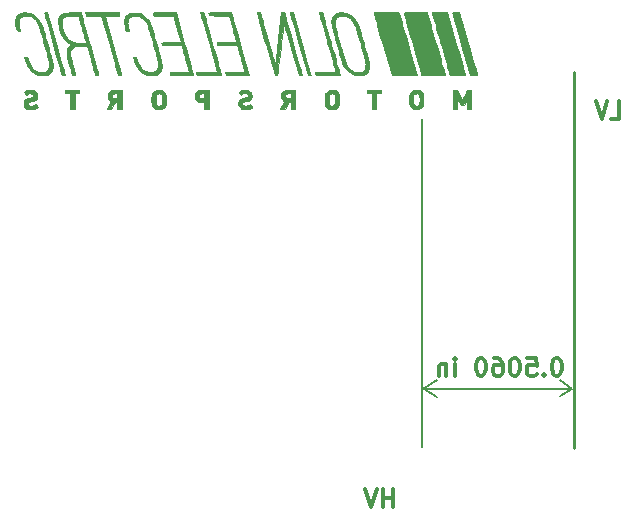
<source format=gbr>
G04 #@! TF.FileFunction,Legend,Bot*
%FSLAX46Y46*%
G04 Gerber Fmt 4.6, Leading zero omitted, Abs format (unit mm)*
G04 Created by KiCad (PCBNEW 4.0.7-e2-6376~58~ubuntu16.04.1) date Thu Nov 16 22:22:22 2017*
%MOMM*%
%LPD*%
G01*
G04 APERTURE LIST*
%ADD10C,0.100000*%
%ADD11C,0.300000*%
%ADD12C,0.200000*%
%ADD13C,0.292100*%
%ADD14C,0.010000*%
G04 APERTURE END LIST*
D10*
D11*
X175438571Y-78148571D02*
X176152857Y-78148571D01*
X176152857Y-76648571D01*
X175152857Y-76648571D02*
X174652857Y-78148571D01*
X174152857Y-76648571D01*
X156976628Y-110990771D02*
X156976628Y-109490771D01*
X156976628Y-110205057D02*
X156119485Y-110205057D01*
X156119485Y-110990771D02*
X156119485Y-109490771D01*
X155619485Y-109490771D02*
X155119485Y-110990771D01*
X154619485Y-109490771D01*
D12*
X159450000Y-78150000D02*
X159450000Y-105950000D01*
D11*
X170942856Y-98378571D02*
X170799999Y-98378571D01*
X170657142Y-98450000D01*
X170585713Y-98521429D01*
X170514284Y-98664286D01*
X170442856Y-98950000D01*
X170442856Y-99307143D01*
X170514284Y-99592857D01*
X170585713Y-99735714D01*
X170657142Y-99807143D01*
X170799999Y-99878571D01*
X170942856Y-99878571D01*
X171085713Y-99807143D01*
X171157142Y-99735714D01*
X171228570Y-99592857D01*
X171299999Y-99307143D01*
X171299999Y-98950000D01*
X171228570Y-98664286D01*
X171157142Y-98521429D01*
X171085713Y-98450000D01*
X170942856Y-98378571D01*
X169799999Y-99735714D02*
X169728571Y-99807143D01*
X169799999Y-99878571D01*
X169871428Y-99807143D01*
X169799999Y-99735714D01*
X169799999Y-99878571D01*
X168371427Y-98378571D02*
X169085713Y-98378571D01*
X169157142Y-99092857D01*
X169085713Y-99021429D01*
X168942856Y-98950000D01*
X168585713Y-98950000D01*
X168442856Y-99021429D01*
X168371427Y-99092857D01*
X168299999Y-99235714D01*
X168299999Y-99592857D01*
X168371427Y-99735714D01*
X168442856Y-99807143D01*
X168585713Y-99878571D01*
X168942856Y-99878571D01*
X169085713Y-99807143D01*
X169157142Y-99735714D01*
X167371428Y-98378571D02*
X167228571Y-98378571D01*
X167085714Y-98450000D01*
X167014285Y-98521429D01*
X166942856Y-98664286D01*
X166871428Y-98950000D01*
X166871428Y-99307143D01*
X166942856Y-99592857D01*
X167014285Y-99735714D01*
X167085714Y-99807143D01*
X167228571Y-99878571D01*
X167371428Y-99878571D01*
X167514285Y-99807143D01*
X167585714Y-99735714D01*
X167657142Y-99592857D01*
X167728571Y-99307143D01*
X167728571Y-98950000D01*
X167657142Y-98664286D01*
X167585714Y-98521429D01*
X167514285Y-98450000D01*
X167371428Y-98378571D01*
X165585714Y-98378571D02*
X165871428Y-98378571D01*
X166014285Y-98450000D01*
X166085714Y-98521429D01*
X166228571Y-98735714D01*
X166300000Y-99021429D01*
X166300000Y-99592857D01*
X166228571Y-99735714D01*
X166157143Y-99807143D01*
X166014285Y-99878571D01*
X165728571Y-99878571D01*
X165585714Y-99807143D01*
X165514285Y-99735714D01*
X165442857Y-99592857D01*
X165442857Y-99235714D01*
X165514285Y-99092857D01*
X165585714Y-99021429D01*
X165728571Y-98950000D01*
X166014285Y-98950000D01*
X166157143Y-99021429D01*
X166228571Y-99092857D01*
X166300000Y-99235714D01*
X164514286Y-98378571D02*
X164371429Y-98378571D01*
X164228572Y-98450000D01*
X164157143Y-98521429D01*
X164085714Y-98664286D01*
X164014286Y-98950000D01*
X164014286Y-99307143D01*
X164085714Y-99592857D01*
X164157143Y-99735714D01*
X164228572Y-99807143D01*
X164371429Y-99878571D01*
X164514286Y-99878571D01*
X164657143Y-99807143D01*
X164728572Y-99735714D01*
X164800000Y-99592857D01*
X164871429Y-99307143D01*
X164871429Y-98950000D01*
X164800000Y-98664286D01*
X164728572Y-98521429D01*
X164657143Y-98450000D01*
X164514286Y-98378571D01*
X162228572Y-99878571D02*
X162228572Y-98878571D01*
X162228572Y-98378571D02*
X162300001Y-98450000D01*
X162228572Y-98521429D01*
X162157144Y-98450000D01*
X162228572Y-98378571D01*
X162228572Y-98521429D01*
X161514286Y-98878571D02*
X161514286Y-99878571D01*
X161514286Y-99021429D02*
X161442858Y-98950000D01*
X161300000Y-98878571D01*
X161085715Y-98878571D01*
X160942858Y-98950000D01*
X160871429Y-99092857D01*
X160871429Y-99878571D01*
D12*
X159600000Y-101000000D02*
X160750000Y-101700000D01*
X159550000Y-101000000D02*
X160750000Y-100250000D01*
X172150000Y-101050000D02*
X171100000Y-101650000D01*
X172150000Y-101050000D02*
X171100000Y-100250000D01*
X159600000Y-101000000D02*
X172150000Y-101050000D01*
D13*
X172313600Y-74193400D02*
X172300000Y-106050000D01*
D14*
G36*
X158858556Y-75686455D02*
X158720443Y-75718593D01*
X158602367Y-75785357D01*
X158513181Y-75867881D01*
X158451589Y-75947025D01*
X158407102Y-76036627D01*
X158377951Y-76145160D01*
X158362363Y-76281095D01*
X158358569Y-76452904D01*
X158361746Y-76592386D01*
X158374125Y-76788155D01*
X158398286Y-76941672D01*
X158437774Y-77060815D01*
X158496133Y-77153461D01*
X158576910Y-77227487D01*
X158673800Y-77285777D01*
X158770924Y-77319625D01*
X158894924Y-77341338D01*
X159024365Y-77348993D01*
X159137813Y-77340666D01*
X159178406Y-77331043D01*
X159320998Y-77259898D01*
X159440760Y-77149594D01*
X159513899Y-77036594D01*
X159538016Y-76985377D01*
X159555206Y-76939471D01*
X159566433Y-76889400D01*
X159572664Y-76825684D01*
X159574862Y-76738848D01*
X159573993Y-76619414D01*
X159571318Y-76472771D01*
X159571184Y-76466581D01*
X159244522Y-76466581D01*
X159240676Y-76594468D01*
X159231737Y-76717573D01*
X159218513Y-76822697D01*
X159201814Y-76896640D01*
X159192752Y-76917261D01*
X159141797Y-76970147D01*
X159067827Y-77018155D01*
X158994338Y-77047188D01*
X158970989Y-77050321D01*
X158926638Y-77039711D01*
X158865266Y-77013294D01*
X158863469Y-77012370D01*
X158805357Y-76975033D01*
X158763620Y-76927002D01*
X158736063Y-76860254D01*
X158720489Y-76766767D01*
X158714702Y-76638518D01*
X158716328Y-76474796D01*
X158724600Y-76132205D01*
X158807551Y-76058152D01*
X158905035Y-75998193D01*
X159003051Y-75984689D01*
X159093542Y-76014025D01*
X159168451Y-76082590D01*
X159219717Y-76186768D01*
X159233696Y-76249254D01*
X159242465Y-76347110D01*
X159244522Y-76466581D01*
X159571184Y-76466581D01*
X159567905Y-76315284D01*
X159563988Y-76199626D01*
X159558252Y-76116828D01*
X159549377Y-76057927D01*
X159536048Y-76013956D01*
X159516946Y-75975949D01*
X159492734Y-75937926D01*
X159394437Y-75819622D01*
X159278390Y-75741171D01*
X159134596Y-75697122D01*
X159028417Y-75684781D01*
X158858556Y-75686455D01*
X158858556Y-75686455D01*
G37*
X158858556Y-75686455D02*
X158720443Y-75718593D01*
X158602367Y-75785357D01*
X158513181Y-75867881D01*
X158451589Y-75947025D01*
X158407102Y-76036627D01*
X158377951Y-76145160D01*
X158362363Y-76281095D01*
X158358569Y-76452904D01*
X158361746Y-76592386D01*
X158374125Y-76788155D01*
X158398286Y-76941672D01*
X158437774Y-77060815D01*
X158496133Y-77153461D01*
X158576910Y-77227487D01*
X158673800Y-77285777D01*
X158770924Y-77319625D01*
X158894924Y-77341338D01*
X159024365Y-77348993D01*
X159137813Y-77340666D01*
X159178406Y-77331043D01*
X159320998Y-77259898D01*
X159440760Y-77149594D01*
X159513899Y-77036594D01*
X159538016Y-76985377D01*
X159555206Y-76939471D01*
X159566433Y-76889400D01*
X159572664Y-76825684D01*
X159574862Y-76738848D01*
X159573993Y-76619414D01*
X159571318Y-76472771D01*
X159571184Y-76466581D01*
X159244522Y-76466581D01*
X159240676Y-76594468D01*
X159231737Y-76717573D01*
X159218513Y-76822697D01*
X159201814Y-76896640D01*
X159192752Y-76917261D01*
X159141797Y-76970147D01*
X159067827Y-77018155D01*
X158994338Y-77047188D01*
X158970989Y-77050321D01*
X158926638Y-77039711D01*
X158865266Y-77013294D01*
X158863469Y-77012370D01*
X158805357Y-76975033D01*
X158763620Y-76927002D01*
X158736063Y-76860254D01*
X158720489Y-76766767D01*
X158714702Y-76638518D01*
X158716328Y-76474796D01*
X158724600Y-76132205D01*
X158807551Y-76058152D01*
X158905035Y-75998193D01*
X159003051Y-75984689D01*
X159093542Y-76014025D01*
X159168451Y-76082590D01*
X159219717Y-76186768D01*
X159233696Y-76249254D01*
X159242465Y-76347110D01*
X159244522Y-76466581D01*
X159571184Y-76466581D01*
X159567905Y-76315284D01*
X159563988Y-76199626D01*
X159558252Y-76116828D01*
X159549377Y-76057927D01*
X159536048Y-76013956D01*
X159516946Y-75975949D01*
X159492734Y-75937926D01*
X159394437Y-75819622D01*
X159278390Y-75741171D01*
X159134596Y-75697122D01*
X159028417Y-75684781D01*
X158858556Y-75686455D01*
G36*
X151659679Y-75695973D02*
X151515013Y-75752084D01*
X151389857Y-75843503D01*
X151308193Y-75945049D01*
X151278437Y-75995016D01*
X151257357Y-76039652D01*
X151243199Y-76089227D01*
X151234207Y-76154011D01*
X151228628Y-76244275D01*
X151224705Y-76370288D01*
X151222955Y-76443880D01*
X151221252Y-76642764D01*
X151227765Y-76799414D01*
X151244521Y-76922018D01*
X151273546Y-77018764D01*
X151316868Y-77097839D01*
X151376514Y-77167430D01*
X151409721Y-77198276D01*
X151555812Y-77294323D01*
X151722228Y-77344950D01*
X151905044Y-77349372D01*
X152041631Y-77324304D01*
X152143599Y-77277009D01*
X152246753Y-77195896D01*
X152336659Y-77095485D01*
X152398885Y-76990298D01*
X152412528Y-76951137D01*
X152425492Y-76868922D01*
X152433270Y-76742792D01*
X152435575Y-76579396D01*
X152435360Y-76562781D01*
X152093189Y-76562781D01*
X152091071Y-76692799D01*
X152085771Y-76783078D01*
X152075636Y-76844653D01*
X152059015Y-76888563D01*
X152039940Y-76918381D01*
X151953212Y-77002410D01*
X151857102Y-77039609D01*
X151758892Y-77029363D01*
X151665863Y-76971056D01*
X151646730Y-76951624D01*
X151609113Y-76901607D01*
X151584897Y-76841967D01*
X151569031Y-76756966D01*
X151561220Y-76685124D01*
X151553506Y-76519169D01*
X151560090Y-76357984D01*
X151579729Y-76217485D01*
X151604673Y-76128952D01*
X151656735Y-76057193D01*
X151739273Y-76004752D01*
X151832410Y-75984196D01*
X151833589Y-75984194D01*
X151894539Y-75997352D01*
X151965671Y-76029351D01*
X151973172Y-76033783D01*
X152018775Y-76069295D01*
X152051739Y-76117042D01*
X152073853Y-76184910D01*
X152086905Y-76280784D01*
X152092685Y-76412549D01*
X152093189Y-76562781D01*
X152435360Y-76562781D01*
X152433945Y-76453759D01*
X152430308Y-76305604D01*
X152425908Y-76198190D01*
X152419061Y-76121464D01*
X152408087Y-76065375D01*
X152391301Y-76019873D01*
X152367023Y-75974904D01*
X152348808Y-75945045D01*
X152246673Y-75824614D01*
X152117353Y-75739491D01*
X151970188Y-75689677D01*
X151814517Y-75675171D01*
X151659679Y-75695973D01*
X151659679Y-75695973D01*
G37*
X151659679Y-75695973D02*
X151515013Y-75752084D01*
X151389857Y-75843503D01*
X151308193Y-75945049D01*
X151278437Y-75995016D01*
X151257357Y-76039652D01*
X151243199Y-76089227D01*
X151234207Y-76154011D01*
X151228628Y-76244275D01*
X151224705Y-76370288D01*
X151222955Y-76443880D01*
X151221252Y-76642764D01*
X151227765Y-76799414D01*
X151244521Y-76922018D01*
X151273546Y-77018764D01*
X151316868Y-77097839D01*
X151376514Y-77167430D01*
X151409721Y-77198276D01*
X151555812Y-77294323D01*
X151722228Y-77344950D01*
X151905044Y-77349372D01*
X152041631Y-77324304D01*
X152143599Y-77277009D01*
X152246753Y-77195896D01*
X152336659Y-77095485D01*
X152398885Y-76990298D01*
X152412528Y-76951137D01*
X152425492Y-76868922D01*
X152433270Y-76742792D01*
X152435575Y-76579396D01*
X152435360Y-76562781D01*
X152093189Y-76562781D01*
X152091071Y-76692799D01*
X152085771Y-76783078D01*
X152075636Y-76844653D01*
X152059015Y-76888563D01*
X152039940Y-76918381D01*
X151953212Y-77002410D01*
X151857102Y-77039609D01*
X151758892Y-77029363D01*
X151665863Y-76971056D01*
X151646730Y-76951624D01*
X151609113Y-76901607D01*
X151584897Y-76841967D01*
X151569031Y-76756966D01*
X151561220Y-76685124D01*
X151553506Y-76519169D01*
X151560090Y-76357984D01*
X151579729Y-76217485D01*
X151604673Y-76128952D01*
X151656735Y-76057193D01*
X151739273Y-76004752D01*
X151832410Y-75984196D01*
X151833589Y-75984194D01*
X151894539Y-75997352D01*
X151965671Y-76029351D01*
X151973172Y-76033783D01*
X152018775Y-76069295D01*
X152051739Y-76117042D01*
X152073853Y-76184910D01*
X152086905Y-76280784D01*
X152092685Y-76412549D01*
X152093189Y-76562781D01*
X152435360Y-76562781D01*
X152433945Y-76453759D01*
X152430308Y-76305604D01*
X152425908Y-76198190D01*
X152419061Y-76121464D01*
X152408087Y-76065375D01*
X152391301Y-76019873D01*
X152367023Y-75974904D01*
X152348808Y-75945045D01*
X152246673Y-75824614D01*
X152117353Y-75739491D01*
X151970188Y-75689677D01*
X151814517Y-75675171D01*
X151659679Y-75695973D01*
G36*
X144286966Y-75692736D02*
X144141173Y-75728650D01*
X144023797Y-75784116D01*
X143956440Y-75841924D01*
X143939676Y-75870704D01*
X143946050Y-75901098D01*
X143981067Y-75945276D01*
X144022432Y-75987783D01*
X144124583Y-76089935D01*
X144223315Y-76037017D01*
X144336266Y-75995067D01*
X144454662Y-75981643D01*
X144563099Y-75996410D01*
X144646174Y-76039029D01*
X144654155Y-76046445D01*
X144706003Y-76117202D01*
X144711668Y-76186479D01*
X144691806Y-76236781D01*
X144669718Y-76268072D01*
X144635630Y-76291965D01*
X144579647Y-76312165D01*
X144491873Y-76332375D01*
X144381517Y-76352926D01*
X144211898Y-76391785D01*
X144085724Y-76443154D01*
X143996161Y-76512282D01*
X143936374Y-76604418D01*
X143899938Y-76722820D01*
X143888828Y-76887503D01*
X143924561Y-77035367D01*
X144005010Y-77161926D01*
X144128047Y-77262694D01*
X144166020Y-77283744D01*
X144267699Y-77318526D01*
X144400721Y-77340542D01*
X144546988Y-77348699D01*
X144688403Y-77341903D01*
X144797258Y-77321902D01*
X144884092Y-77288784D01*
X144969969Y-77242206D01*
X145042162Y-77190801D01*
X145087939Y-77143203D01*
X145097500Y-77118262D01*
X145080501Y-77084040D01*
X145036804Y-77029879D01*
X144997779Y-76989233D01*
X144898057Y-76891858D01*
X144832384Y-76943516D01*
X144721592Y-77003810D01*
X144589762Y-77035201D01*
X144454309Y-77036376D01*
X144332646Y-77006021D01*
X144291050Y-76984321D01*
X144248510Y-76930767D01*
X144233097Y-76854896D01*
X144246302Y-76778245D01*
X144273815Y-76735214D01*
X144307053Y-76703718D01*
X144318265Y-76695265D01*
X144379326Y-76688565D01*
X144471996Y-76671566D01*
X144580229Y-76647998D01*
X144687979Y-76621594D01*
X144779200Y-76596086D01*
X144837846Y-76575207D01*
X144840948Y-76573697D01*
X144936454Y-76498655D01*
X145002582Y-76392446D01*
X145038080Y-76266209D01*
X145041697Y-76131081D01*
X145012179Y-75998199D01*
X144948276Y-75878701D01*
X144922594Y-75847547D01*
X144823047Y-75763072D01*
X144701866Y-75709576D01*
X144549667Y-75683734D01*
X144449800Y-75680105D01*
X144286966Y-75692736D01*
X144286966Y-75692736D01*
G37*
X144286966Y-75692736D02*
X144141173Y-75728650D01*
X144023797Y-75784116D01*
X143956440Y-75841924D01*
X143939676Y-75870704D01*
X143946050Y-75901098D01*
X143981067Y-75945276D01*
X144022432Y-75987783D01*
X144124583Y-76089935D01*
X144223315Y-76037017D01*
X144336266Y-75995067D01*
X144454662Y-75981643D01*
X144563099Y-75996410D01*
X144646174Y-76039029D01*
X144654155Y-76046445D01*
X144706003Y-76117202D01*
X144711668Y-76186479D01*
X144691806Y-76236781D01*
X144669718Y-76268072D01*
X144635630Y-76291965D01*
X144579647Y-76312165D01*
X144491873Y-76332375D01*
X144381517Y-76352926D01*
X144211898Y-76391785D01*
X144085724Y-76443154D01*
X143996161Y-76512282D01*
X143936374Y-76604418D01*
X143899938Y-76722820D01*
X143888828Y-76887503D01*
X143924561Y-77035367D01*
X144005010Y-77161926D01*
X144128047Y-77262694D01*
X144166020Y-77283744D01*
X144267699Y-77318526D01*
X144400721Y-77340542D01*
X144546988Y-77348699D01*
X144688403Y-77341903D01*
X144797258Y-77321902D01*
X144884092Y-77288784D01*
X144969969Y-77242206D01*
X145042162Y-77190801D01*
X145087939Y-77143203D01*
X145097500Y-77118262D01*
X145080501Y-77084040D01*
X145036804Y-77029879D01*
X144997779Y-76989233D01*
X144898057Y-76891858D01*
X144832384Y-76943516D01*
X144721592Y-77003810D01*
X144589762Y-77035201D01*
X144454309Y-77036376D01*
X144332646Y-77006021D01*
X144291050Y-76984321D01*
X144248510Y-76930767D01*
X144233097Y-76854896D01*
X144246302Y-76778245D01*
X144273815Y-76735214D01*
X144307053Y-76703718D01*
X144318265Y-76695265D01*
X144379326Y-76688565D01*
X144471996Y-76671566D01*
X144580229Y-76647998D01*
X144687979Y-76621594D01*
X144779200Y-76596086D01*
X144837846Y-76575207D01*
X144840948Y-76573697D01*
X144936454Y-76498655D01*
X145002582Y-76392446D01*
X145038080Y-76266209D01*
X145041697Y-76131081D01*
X145012179Y-75998199D01*
X144948276Y-75878701D01*
X144922594Y-75847547D01*
X144823047Y-75763072D01*
X144701866Y-75709576D01*
X144549667Y-75683734D01*
X144449800Y-75680105D01*
X144286966Y-75692736D01*
G36*
X136974832Y-75699918D02*
X136821976Y-75758551D01*
X136701126Y-75856500D01*
X136611974Y-75993951D01*
X136600576Y-76019752D01*
X136577001Y-76105129D01*
X136558875Y-76227261D01*
X136546911Y-76372322D01*
X136541822Y-76526488D01*
X136544320Y-76675934D01*
X136555118Y-76806837D01*
X136558713Y-76831994D01*
X136601714Y-77001204D01*
X136674002Y-77133359D01*
X136780145Y-77235786D01*
X136831132Y-77268923D01*
X136955825Y-77319949D01*
X137103125Y-77347051D01*
X137251898Y-77348232D01*
X137381010Y-77321494D01*
X137382302Y-77321015D01*
X137535494Y-77239186D01*
X137654164Y-77122613D01*
X137709332Y-77032540D01*
X137732543Y-76980822D01*
X137748811Y-76929768D01*
X137759369Y-76869026D01*
X137765447Y-76788246D01*
X137768276Y-76677076D01*
X137768497Y-76636730D01*
X137424207Y-76636730D01*
X137416400Y-76770737D01*
X137397357Y-76868812D01*
X137365081Y-76938131D01*
X137317575Y-76985867D01*
X137268901Y-77012632D01*
X137202362Y-77039725D01*
X137156810Y-77046861D01*
X137107074Y-77034169D01*
X137056671Y-77013714D01*
X136993372Y-76976939D01*
X136947915Y-76922620D01*
X136917812Y-76843198D01*
X136900573Y-76731116D01*
X136893712Y-76578816D01*
X136893300Y-76517500D01*
X136897516Y-76350895D01*
X136909898Y-76226568D01*
X136928717Y-76151703D01*
X136992159Y-76053948D01*
X137077701Y-75997748D01*
X137175823Y-75985317D01*
X137277005Y-76018866D01*
X137331050Y-76058200D01*
X137414000Y-76132300D01*
X137422773Y-76459618D01*
X137424207Y-76636730D01*
X137768497Y-76636730D01*
X137769082Y-76530200D01*
X137767306Y-76349395D01*
X137760042Y-76209957D01*
X137745220Y-76102565D01*
X137720772Y-76017901D01*
X137684628Y-75946645D01*
X137634720Y-75879479D01*
X137621080Y-75863634D01*
X137512136Y-75767217D01*
X137383191Y-75707991D01*
X137224849Y-75682221D01*
X137160000Y-75680415D01*
X136974832Y-75699918D01*
X136974832Y-75699918D01*
G37*
X136974832Y-75699918D02*
X136821976Y-75758551D01*
X136701126Y-75856500D01*
X136611974Y-75993951D01*
X136600576Y-76019752D01*
X136577001Y-76105129D01*
X136558875Y-76227261D01*
X136546911Y-76372322D01*
X136541822Y-76526488D01*
X136544320Y-76675934D01*
X136555118Y-76806837D01*
X136558713Y-76831994D01*
X136601714Y-77001204D01*
X136674002Y-77133359D01*
X136780145Y-77235786D01*
X136831132Y-77268923D01*
X136955825Y-77319949D01*
X137103125Y-77347051D01*
X137251898Y-77348232D01*
X137381010Y-77321494D01*
X137382302Y-77321015D01*
X137535494Y-77239186D01*
X137654164Y-77122613D01*
X137709332Y-77032540D01*
X137732543Y-76980822D01*
X137748811Y-76929768D01*
X137759369Y-76869026D01*
X137765447Y-76788246D01*
X137768276Y-76677076D01*
X137768497Y-76636730D01*
X137424207Y-76636730D01*
X137416400Y-76770737D01*
X137397357Y-76868812D01*
X137365081Y-76938131D01*
X137317575Y-76985867D01*
X137268901Y-77012632D01*
X137202362Y-77039725D01*
X137156810Y-77046861D01*
X137107074Y-77034169D01*
X137056671Y-77013714D01*
X136993372Y-76976939D01*
X136947915Y-76922620D01*
X136917812Y-76843198D01*
X136900573Y-76731116D01*
X136893712Y-76578816D01*
X136893300Y-76517500D01*
X136897516Y-76350895D01*
X136909898Y-76226568D01*
X136928717Y-76151703D01*
X136992159Y-76053948D01*
X137077701Y-75997748D01*
X137175823Y-75985317D01*
X137277005Y-76018866D01*
X137331050Y-76058200D01*
X137414000Y-76132300D01*
X137422773Y-76459618D01*
X137424207Y-76636730D01*
X137768497Y-76636730D01*
X137769082Y-76530200D01*
X137767306Y-76349395D01*
X137760042Y-76209957D01*
X137745220Y-76102565D01*
X137720772Y-76017901D01*
X137684628Y-75946645D01*
X137634720Y-75879479D01*
X137621080Y-75863634D01*
X137512136Y-75767217D01*
X137383191Y-75707991D01*
X137224849Y-75682221D01*
X137160000Y-75680415D01*
X136974832Y-75699918D01*
G36*
X126091947Y-75691692D02*
X126031628Y-75704461D01*
X125946974Y-75738105D01*
X125866355Y-75781308D01*
X125803014Y-75825695D01*
X125770193Y-75862894D01*
X125768274Y-75870995D01*
X125785067Y-75902487D01*
X125828299Y-75954409D01*
X125864390Y-75991614D01*
X125960680Y-76085638D01*
X126060261Y-76034869D01*
X126176358Y-75992730D01*
X126289919Y-75981054D01*
X126391383Y-75997316D01*
X126471188Y-76038990D01*
X126519773Y-76103551D01*
X126530100Y-76158952D01*
X126518643Y-76221813D01*
X126479876Y-76270005D01*
X126407210Y-76307554D01*
X126294052Y-76338484D01*
X126209897Y-76354527D01*
X126045671Y-76390551D01*
X125924081Y-76436898D01*
X125837270Y-76498320D01*
X125777381Y-76579569D01*
X125754828Y-76629764D01*
X125719023Y-76785146D01*
X125727207Y-76936873D01*
X125776136Y-77075846D01*
X125862566Y-77192962D01*
X125983255Y-77279119D01*
X125986864Y-77280886D01*
X126098689Y-77318300D01*
X126239770Y-77341823D01*
X126390065Y-77349832D01*
X126529534Y-77340704D01*
X126587645Y-77329535D01*
X126690761Y-77295591D01*
X126792130Y-77248972D01*
X126874092Y-77198631D01*
X126910558Y-77165853D01*
X126925057Y-77138382D01*
X126916611Y-77106739D01*
X126879730Y-77059820D01*
X126834896Y-77012795D01*
X126725076Y-76900897D01*
X126657541Y-76948986D01*
X126557733Y-76999537D01*
X126435216Y-77033253D01*
X126314875Y-77044457D01*
X126260992Y-77039423D01*
X126175417Y-77007801D01*
X126102495Y-76953951D01*
X126056396Y-76890335D01*
X126047500Y-76851668D01*
X126061752Y-76784967D01*
X126108306Y-76733988D01*
X126192857Y-76695167D01*
X126321104Y-76664939D01*
X126355064Y-76659198D01*
X126529086Y-76623207D01*
X126659677Y-76575682D01*
X126753738Y-76511972D01*
X126818171Y-76427425D01*
X126859379Y-76319272D01*
X126878380Y-76158790D01*
X126850401Y-76008927D01*
X126778082Y-75876891D01*
X126664066Y-75769894D01*
X126656159Y-75764561D01*
X126592058Y-75727665D01*
X126525286Y-75704674D01*
X126438800Y-75691253D01*
X126340844Y-75684326D01*
X126205769Y-75682669D01*
X126091947Y-75691692D01*
X126091947Y-75691692D01*
G37*
X126091947Y-75691692D02*
X126031628Y-75704461D01*
X125946974Y-75738105D01*
X125866355Y-75781308D01*
X125803014Y-75825695D01*
X125770193Y-75862894D01*
X125768274Y-75870995D01*
X125785067Y-75902487D01*
X125828299Y-75954409D01*
X125864390Y-75991614D01*
X125960680Y-76085638D01*
X126060261Y-76034869D01*
X126176358Y-75992730D01*
X126289919Y-75981054D01*
X126391383Y-75997316D01*
X126471188Y-76038990D01*
X126519773Y-76103551D01*
X126530100Y-76158952D01*
X126518643Y-76221813D01*
X126479876Y-76270005D01*
X126407210Y-76307554D01*
X126294052Y-76338484D01*
X126209897Y-76354527D01*
X126045671Y-76390551D01*
X125924081Y-76436898D01*
X125837270Y-76498320D01*
X125777381Y-76579569D01*
X125754828Y-76629764D01*
X125719023Y-76785146D01*
X125727207Y-76936873D01*
X125776136Y-77075846D01*
X125862566Y-77192962D01*
X125983255Y-77279119D01*
X125986864Y-77280886D01*
X126098689Y-77318300D01*
X126239770Y-77341823D01*
X126390065Y-77349832D01*
X126529534Y-77340704D01*
X126587645Y-77329535D01*
X126690761Y-77295591D01*
X126792130Y-77248972D01*
X126874092Y-77198631D01*
X126910558Y-77165853D01*
X126925057Y-77138382D01*
X126916611Y-77106739D01*
X126879730Y-77059820D01*
X126834896Y-77012795D01*
X126725076Y-76900897D01*
X126657541Y-76948986D01*
X126557733Y-76999537D01*
X126435216Y-77033253D01*
X126314875Y-77044457D01*
X126260992Y-77039423D01*
X126175417Y-77007801D01*
X126102495Y-76953951D01*
X126056396Y-76890335D01*
X126047500Y-76851668D01*
X126061752Y-76784967D01*
X126108306Y-76733988D01*
X126192857Y-76695167D01*
X126321104Y-76664939D01*
X126355064Y-76659198D01*
X126529086Y-76623207D01*
X126659677Y-76575682D01*
X126753738Y-76511972D01*
X126818171Y-76427425D01*
X126859379Y-76319272D01*
X126878380Y-76158790D01*
X126850401Y-76008927D01*
X126778082Y-75876891D01*
X126664066Y-75769894D01*
X126656159Y-75764561D01*
X126592058Y-75727665D01*
X126525286Y-75704674D01*
X126438800Y-75691253D01*
X126340844Y-75684326D01*
X126205769Y-75682669D01*
X126091947Y-75691692D01*
G36*
X163071254Y-76110375D02*
X162862032Y-76541450D01*
X162449800Y-75679300D01*
X162115500Y-75679300D01*
X162115500Y-77330300D01*
X162445700Y-77330300D01*
X162448652Y-76428600D01*
X162592706Y-76714350D01*
X162736761Y-77000100D01*
X162992840Y-77000100D01*
X163136895Y-76714350D01*
X163280949Y-76428600D01*
X163282425Y-76879450D01*
X163283900Y-77330300D01*
X163614100Y-77330300D01*
X163614100Y-75679300D01*
X163280477Y-75679300D01*
X163071254Y-76110375D01*
X163071254Y-76110375D01*
G37*
X163071254Y-76110375D02*
X162862032Y-76541450D01*
X162449800Y-75679300D01*
X162115500Y-75679300D01*
X162115500Y-77330300D01*
X162445700Y-77330300D01*
X162448652Y-76428600D01*
X162592706Y-76714350D01*
X162736761Y-77000100D01*
X162992840Y-77000100D01*
X163136895Y-76714350D01*
X163280949Y-76428600D01*
X163282425Y-76879450D01*
X163283900Y-77330300D01*
X163614100Y-77330300D01*
X163614100Y-75679300D01*
X163280477Y-75679300D01*
X163071254Y-76110375D01*
G36*
X154800300Y-75984100D02*
X155232100Y-75984100D01*
X155232100Y-77330300D01*
X155562300Y-77330300D01*
X155562300Y-75984100D01*
X155994100Y-75984100D01*
X155994100Y-75679300D01*
X154800300Y-75679300D01*
X154800300Y-75984100D01*
X154800300Y-75984100D01*
G37*
X154800300Y-75984100D02*
X155232100Y-75984100D01*
X155232100Y-77330300D01*
X155562300Y-77330300D01*
X155562300Y-75984100D01*
X155994100Y-75984100D01*
X155994100Y-75679300D01*
X154800300Y-75679300D01*
X154800300Y-75984100D01*
G36*
X148329650Y-75679905D02*
X148192274Y-75681760D01*
X148064834Y-75686403D01*
X147960203Y-75693168D01*
X147891253Y-75701392D01*
X147883847Y-75702925D01*
X147739482Y-75760359D01*
X147624519Y-75854274D01*
X147543640Y-75976770D01*
X147501522Y-76119950D01*
X147502847Y-76275914D01*
X147513430Y-76328111D01*
X147547091Y-76412880D01*
X147600257Y-76496848D01*
X147662301Y-76567152D01*
X147722597Y-76610923D01*
X147753773Y-76619100D01*
X147761589Y-76634692D01*
X147747315Y-76683463D01*
X147709709Y-76768408D01*
X147647532Y-76892520D01*
X147613227Y-76958115D01*
X147550888Y-77077274D01*
X147498002Y-77180356D01*
X147458707Y-77259136D01*
X147437142Y-77305389D01*
X147434300Y-77313715D01*
X147457674Y-77321480D01*
X147519710Y-77327299D01*
X147608276Y-77330163D01*
X147633820Y-77330300D01*
X147833339Y-77330300D01*
X147983070Y-77013085D01*
X148132800Y-76695871D01*
X148240750Y-76695585D01*
X148348700Y-76695300D01*
X148348700Y-77330300D01*
X148678900Y-77330300D01*
X148678900Y-76390500D01*
X148348700Y-76390500D01*
X148157046Y-76390500D01*
X148055083Y-76388601D01*
X147989101Y-76380491D01*
X147944347Y-76362549D01*
X147906069Y-76331153D01*
X147903046Y-76328154D01*
X147850814Y-76247305D01*
X147848768Y-76161511D01*
X147896952Y-76073974D01*
X147899565Y-76070899D01*
X147935934Y-76035056D01*
X147978615Y-76012802D01*
X148041917Y-75999577D01*
X148140148Y-75990820D01*
X148153565Y-75989942D01*
X148348700Y-75977419D01*
X148348700Y-76390500D01*
X148678900Y-76390500D01*
X148678900Y-75679300D01*
X148329650Y-75679905D01*
X148329650Y-75679905D01*
G37*
X148329650Y-75679905D02*
X148192274Y-75681760D01*
X148064834Y-75686403D01*
X147960203Y-75693168D01*
X147891253Y-75701392D01*
X147883847Y-75702925D01*
X147739482Y-75760359D01*
X147624519Y-75854274D01*
X147543640Y-75976770D01*
X147501522Y-76119950D01*
X147502847Y-76275914D01*
X147513430Y-76328111D01*
X147547091Y-76412880D01*
X147600257Y-76496848D01*
X147662301Y-76567152D01*
X147722597Y-76610923D01*
X147753773Y-76619100D01*
X147761589Y-76634692D01*
X147747315Y-76683463D01*
X147709709Y-76768408D01*
X147647532Y-76892520D01*
X147613227Y-76958115D01*
X147550888Y-77077274D01*
X147498002Y-77180356D01*
X147458707Y-77259136D01*
X147437142Y-77305389D01*
X147434300Y-77313715D01*
X147457674Y-77321480D01*
X147519710Y-77327299D01*
X147608276Y-77330163D01*
X147633820Y-77330300D01*
X147833339Y-77330300D01*
X147983070Y-77013085D01*
X148132800Y-76695871D01*
X148240750Y-76695585D01*
X148348700Y-76695300D01*
X148348700Y-77330300D01*
X148678900Y-77330300D01*
X148678900Y-76390500D01*
X148348700Y-76390500D01*
X148157046Y-76390500D01*
X148055083Y-76388601D01*
X147989101Y-76380491D01*
X147944347Y-76362549D01*
X147906069Y-76331153D01*
X147903046Y-76328154D01*
X147850814Y-76247305D01*
X147848768Y-76161511D01*
X147896952Y-76073974D01*
X147899565Y-76070899D01*
X147935934Y-76035056D01*
X147978615Y-76012802D01*
X148041917Y-75999577D01*
X148140148Y-75990820D01*
X148153565Y-75989942D01*
X148348700Y-75977419D01*
X148348700Y-76390500D01*
X148678900Y-76390500D01*
X148678900Y-75679300D01*
X148329650Y-75679905D01*
G36*
X141027150Y-75679441D02*
X140848421Y-75681470D01*
X140710751Y-75688497D01*
X140604508Y-75702174D01*
X140520063Y-75724152D01*
X140447784Y-75756081D01*
X140395513Y-75787720D01*
X140305212Y-75875827D01*
X140239004Y-75996482D01*
X140200821Y-76135605D01*
X140194596Y-76279116D01*
X140222316Y-76407896D01*
X140296013Y-76535715D01*
X140407885Y-76630068D01*
X140557955Y-76690965D01*
X140746249Y-76718421D01*
X140811250Y-76720142D01*
X141033500Y-76720700D01*
X141033500Y-77330300D01*
X141389100Y-77330300D01*
X141389100Y-75984100D01*
X141033500Y-75984100D01*
X141033500Y-76415900D01*
X140859126Y-76415900D01*
X140751934Y-76411914D01*
X140679673Y-76397787D01*
X140626943Y-76370264D01*
X140620680Y-76365501D01*
X140555555Y-76287216D01*
X140537996Y-76196299D01*
X140562290Y-76113634D01*
X140623133Y-76044575D01*
X140722167Y-76001962D01*
X140862398Y-75984635D01*
X140897591Y-75984100D01*
X141033500Y-75984100D01*
X141389100Y-75984100D01*
X141389100Y-75679300D01*
X141027150Y-75679441D01*
X141027150Y-75679441D01*
G37*
X141027150Y-75679441D02*
X140848421Y-75681470D01*
X140710751Y-75688497D01*
X140604508Y-75702174D01*
X140520063Y-75724152D01*
X140447784Y-75756081D01*
X140395513Y-75787720D01*
X140305212Y-75875827D01*
X140239004Y-75996482D01*
X140200821Y-76135605D01*
X140194596Y-76279116D01*
X140222316Y-76407896D01*
X140296013Y-76535715D01*
X140407885Y-76630068D01*
X140557955Y-76690965D01*
X140746249Y-76718421D01*
X140811250Y-76720142D01*
X141033500Y-76720700D01*
X141033500Y-77330300D01*
X141389100Y-77330300D01*
X141389100Y-75984100D01*
X141033500Y-75984100D01*
X141033500Y-76415900D01*
X140859126Y-76415900D01*
X140751934Y-76411914D01*
X140679673Y-76397787D01*
X140626943Y-76370264D01*
X140620680Y-76365501D01*
X140555555Y-76287216D01*
X140537996Y-76196299D01*
X140562290Y-76113634D01*
X140623133Y-76044575D01*
X140722167Y-76001962D01*
X140862398Y-75984635D01*
X140897591Y-75984100D01*
X141033500Y-75984100D01*
X141389100Y-75984100D01*
X141389100Y-75679300D01*
X141027150Y-75679441D01*
G36*
X133661150Y-75679441D02*
X133475271Y-75681920D01*
X133330991Y-75690303D01*
X133219288Y-75706255D01*
X133131137Y-75731442D01*
X133057517Y-75767529D01*
X133010686Y-75799495D01*
X132921161Y-75896656D01*
X132860111Y-76023605D01*
X132831080Y-76165870D01*
X132837610Y-76308978D01*
X132863947Y-76398851D01*
X132906664Y-76468602D01*
X132971285Y-76541416D01*
X133040798Y-76600002D01*
X133085521Y-76624073D01*
X133085802Y-76649538D01*
X133062217Y-76714507D01*
X133016613Y-76814676D01*
X132950839Y-76945739D01*
X132931841Y-76982102D01*
X132748665Y-77330300D01*
X133162988Y-77330300D01*
X133466742Y-76695300D01*
X133667500Y-76695300D01*
X133667500Y-77330300D01*
X134023100Y-77330300D01*
X134023100Y-75984100D01*
X133667500Y-75984100D01*
X133667500Y-76390500D01*
X133483350Y-76389692D01*
X133373416Y-76384397D01*
X133291626Y-76370819D01*
X133255749Y-76355872D01*
X133196108Y-76282474D01*
X133176652Y-76192796D01*
X133196915Y-76112426D01*
X133258286Y-76043678D01*
X133358934Y-76001345D01*
X133501283Y-75984497D01*
X133531591Y-75984100D01*
X133667500Y-75984100D01*
X134023100Y-75984100D01*
X134023100Y-75679300D01*
X133661150Y-75679441D01*
X133661150Y-75679441D01*
G37*
X133661150Y-75679441D02*
X133475271Y-75681920D01*
X133330991Y-75690303D01*
X133219288Y-75706255D01*
X133131137Y-75731442D01*
X133057517Y-75767529D01*
X133010686Y-75799495D01*
X132921161Y-75896656D01*
X132860111Y-76023605D01*
X132831080Y-76165870D01*
X132837610Y-76308978D01*
X132863947Y-76398851D01*
X132906664Y-76468602D01*
X132971285Y-76541416D01*
X133040798Y-76600002D01*
X133085521Y-76624073D01*
X133085802Y-76649538D01*
X133062217Y-76714507D01*
X133016613Y-76814676D01*
X132950839Y-76945739D01*
X132931841Y-76982102D01*
X132748665Y-77330300D01*
X133162988Y-77330300D01*
X133466742Y-76695300D01*
X133667500Y-76695300D01*
X133667500Y-77330300D01*
X134023100Y-77330300D01*
X134023100Y-75984100D01*
X133667500Y-75984100D01*
X133667500Y-76390500D01*
X133483350Y-76389692D01*
X133373416Y-76384397D01*
X133291626Y-76370819D01*
X133255749Y-76355872D01*
X133196108Y-76282474D01*
X133176652Y-76192796D01*
X133196915Y-76112426D01*
X133258286Y-76043678D01*
X133358934Y-76001345D01*
X133501283Y-75984497D01*
X133531591Y-75984100D01*
X133667500Y-75984100D01*
X134023100Y-75984100D01*
X134023100Y-75679300D01*
X133661150Y-75679441D01*
G36*
X129247900Y-75984100D02*
X129679700Y-75984100D01*
X129679700Y-77330300D01*
X130035300Y-77330300D01*
X130035300Y-75984100D01*
X130441700Y-75984100D01*
X130441700Y-75679300D01*
X129247900Y-75679300D01*
X129247900Y-75984100D01*
X129247900Y-75984100D01*
G37*
X129247900Y-75984100D02*
X129679700Y-75984100D01*
X129679700Y-77330300D01*
X130035300Y-77330300D01*
X130035300Y-75984100D01*
X130441700Y-75984100D01*
X130441700Y-75679300D01*
X129247900Y-75679300D01*
X129247900Y-75984100D01*
G36*
X162182690Y-69126407D02*
X162097540Y-69128399D01*
X162046819Y-69133680D01*
X162022342Y-69143856D01*
X162015924Y-69160532D01*
X162018980Y-69183249D01*
X162027346Y-69214991D01*
X162048797Y-69292308D01*
X162082407Y-69411945D01*
X162127251Y-69570648D01*
X162182403Y-69765163D01*
X162246936Y-69992234D01*
X162319926Y-70248608D01*
X162400445Y-70531030D01*
X162487570Y-70836246D01*
X162580373Y-71161000D01*
X162677929Y-71502038D01*
X162777591Y-71850097D01*
X163525200Y-74459795D01*
X163835136Y-74459947D01*
X164145071Y-74460100D01*
X164112503Y-74351884D01*
X164101129Y-74312946D01*
X164076732Y-74228549D01*
X164040282Y-74102069D01*
X163992749Y-73936882D01*
X163935103Y-73736364D01*
X163868312Y-73503890D01*
X163793347Y-73242837D01*
X163711178Y-72956580D01*
X163622774Y-72648496D01*
X163529105Y-72321961D01*
X163431140Y-71980350D01*
X163346432Y-71684884D01*
X162612929Y-69126100D01*
X162310454Y-69126100D01*
X162182690Y-69126407D01*
X162182690Y-69126407D01*
G37*
X162182690Y-69126407D02*
X162097540Y-69128399D01*
X162046819Y-69133680D01*
X162022342Y-69143856D01*
X162015924Y-69160532D01*
X162018980Y-69183249D01*
X162027346Y-69214991D01*
X162048797Y-69292308D01*
X162082407Y-69411945D01*
X162127251Y-69570648D01*
X162182403Y-69765163D01*
X162246936Y-69992234D01*
X162319926Y-70248608D01*
X162400445Y-70531030D01*
X162487570Y-70836246D01*
X162580373Y-71161000D01*
X162677929Y-71502038D01*
X162777591Y-71850097D01*
X163525200Y-74459795D01*
X163835136Y-74459947D01*
X164145071Y-74460100D01*
X164112503Y-74351884D01*
X164101129Y-74312946D01*
X164076732Y-74228549D01*
X164040282Y-74102069D01*
X163992749Y-73936882D01*
X163935103Y-73736364D01*
X163868312Y-73503890D01*
X163793347Y-73242837D01*
X163711178Y-72956580D01*
X163622774Y-72648496D01*
X163529105Y-72321961D01*
X163431140Y-71980350D01*
X163346432Y-71684884D01*
X162612929Y-69126100D01*
X162310454Y-69126100D01*
X162182690Y-69126407D01*
G36*
X160470286Y-69129984D02*
X160389793Y-69132380D01*
X160337663Y-69136867D01*
X160308288Y-69143778D01*
X160296060Y-69153447D01*
X160295370Y-69166207D01*
X160296402Y-69170117D01*
X160305132Y-69200355D01*
X160326876Y-69276090D01*
X160360677Y-69393980D01*
X160405578Y-69550679D01*
X160460622Y-69742845D01*
X160524850Y-69967134D01*
X160597306Y-70220203D01*
X160677032Y-70498708D01*
X160763071Y-70799306D01*
X160854465Y-71118653D01*
X160950257Y-71453406D01*
X161011115Y-71666100D01*
X161110067Y-72011896D01*
X161205856Y-72346564D01*
X161297458Y-72666527D01*
X161383849Y-72968211D01*
X161464004Y-73248042D01*
X161536898Y-73502444D01*
X161601509Y-73727843D01*
X161656810Y-73920664D01*
X161701778Y-74077332D01*
X161735389Y-74194273D01*
X161756617Y-74267911D01*
X161762640Y-74288650D01*
X161812852Y-74460100D01*
X162459476Y-74460100D01*
X162666737Y-74459551D01*
X162827821Y-74457754D01*
X162947341Y-74454482D01*
X163029910Y-74449508D01*
X163080139Y-74442605D01*
X163102643Y-74433545D01*
X163104951Y-74428350D01*
X163097915Y-74400125D01*
X163077729Y-74326284D01*
X163045304Y-74210026D01*
X163001548Y-74054552D01*
X162947372Y-73863060D01*
X162883684Y-73638750D01*
X162811396Y-73384822D01*
X162731417Y-73104475D01*
X162644656Y-72800909D01*
X162552023Y-72477323D01*
X162454429Y-72136917D01*
X162352782Y-71782891D01*
X162348417Y-71767700D01*
X161593034Y-69138800D01*
X160938018Y-69132017D01*
X160738790Y-69130136D01*
X160584749Y-69129347D01*
X160470286Y-69129984D01*
X160470286Y-69129984D01*
G37*
X160470286Y-69129984D02*
X160389793Y-69132380D01*
X160337663Y-69136867D01*
X160308288Y-69143778D01*
X160296060Y-69153447D01*
X160295370Y-69166207D01*
X160296402Y-69170117D01*
X160305132Y-69200355D01*
X160326876Y-69276090D01*
X160360677Y-69393980D01*
X160405578Y-69550679D01*
X160460622Y-69742845D01*
X160524850Y-69967134D01*
X160597306Y-70220203D01*
X160677032Y-70498708D01*
X160763071Y-70799306D01*
X160854465Y-71118653D01*
X160950257Y-71453406D01*
X161011115Y-71666100D01*
X161110067Y-72011896D01*
X161205856Y-72346564D01*
X161297458Y-72666527D01*
X161383849Y-72968211D01*
X161464004Y-73248042D01*
X161536898Y-73502444D01*
X161601509Y-73727843D01*
X161656810Y-73920664D01*
X161701778Y-74077332D01*
X161735389Y-74194273D01*
X161756617Y-74267911D01*
X161762640Y-74288650D01*
X161812852Y-74460100D01*
X162459476Y-74460100D01*
X162666737Y-74459551D01*
X162827821Y-74457754D01*
X162947341Y-74454482D01*
X163029910Y-74449508D01*
X163080139Y-74442605D01*
X163102643Y-74433545D01*
X163104951Y-74428350D01*
X163097915Y-74400125D01*
X163077729Y-74326284D01*
X163045304Y-74210026D01*
X163001548Y-74054552D01*
X162947372Y-73863060D01*
X162883684Y-73638750D01*
X162811396Y-73384822D01*
X162731417Y-73104475D01*
X162644656Y-72800909D01*
X162552023Y-72477323D01*
X162454429Y-72136917D01*
X162352782Y-71782891D01*
X162348417Y-71767700D01*
X161593034Y-69138800D01*
X160938018Y-69132017D01*
X160738790Y-69130136D01*
X160584749Y-69129347D01*
X160470286Y-69129984D01*
G36*
X158637221Y-69126211D02*
X158432661Y-69126684D01*
X158269719Y-69127728D01*
X158143802Y-69129551D01*
X158050321Y-69132361D01*
X157984683Y-69136367D01*
X157942298Y-69141778D01*
X157918573Y-69148802D01*
X157908919Y-69157648D01*
X157908743Y-69168523D01*
X157909314Y-69170550D01*
X157918038Y-69200581D01*
X157939811Y-69276195D01*
X157973701Y-69394136D01*
X158018773Y-69551149D01*
X158074094Y-69743979D01*
X158138731Y-69969371D01*
X158211751Y-70224069D01*
X158292219Y-70504818D01*
X158379203Y-70808363D01*
X158471770Y-71131448D01*
X158568985Y-71470819D01*
X158661290Y-71793100D01*
X158761942Y-72144527D01*
X158858796Y-72482651D01*
X158950920Y-72804215D01*
X159037379Y-73105964D01*
X159117242Y-73384642D01*
X159189575Y-73636996D01*
X159253445Y-73859769D01*
X159307918Y-74049706D01*
X159352061Y-74203553D01*
X159384942Y-74318053D01*
X159405628Y-74389952D01*
X159413077Y-74415650D01*
X159419327Y-74426913D01*
X159433741Y-74436104D01*
X159461043Y-74443431D01*
X159505955Y-74449104D01*
X159573202Y-74453331D01*
X159667505Y-74456321D01*
X159793589Y-74458284D01*
X159956176Y-74459429D01*
X160159990Y-74459964D01*
X160409754Y-74460099D01*
X160417124Y-74460100D01*
X160667648Y-74459988D01*
X160871966Y-74459514D01*
X161034670Y-74458469D01*
X161160354Y-74456643D01*
X161253611Y-74453828D01*
X161319033Y-74449815D01*
X161361215Y-74444393D01*
X161384748Y-74437355D01*
X161394227Y-74428491D01*
X161394244Y-74417593D01*
X161393676Y-74415650D01*
X161383962Y-74382688D01*
X161361573Y-74305417D01*
X161327610Y-74187679D01*
X161283176Y-74033315D01*
X161229370Y-73846169D01*
X161167293Y-73630081D01*
X161098047Y-73388896D01*
X161022732Y-73126453D01*
X160942450Y-72846597D01*
X160858300Y-72553169D01*
X160771386Y-72250010D01*
X160682806Y-71940964D01*
X160593662Y-71629873D01*
X160505056Y-71320578D01*
X160418088Y-71016923D01*
X160333858Y-70722748D01*
X160253469Y-70441897D01*
X160178020Y-70178211D01*
X160108613Y-69935533D01*
X160046349Y-69717704D01*
X159992329Y-69528568D01*
X159947654Y-69371966D01*
X159913424Y-69251740D01*
X159890741Y-69171733D01*
X159880705Y-69135786D01*
X159880300Y-69134141D01*
X159855807Y-69132367D01*
X159785955Y-69130729D01*
X159676183Y-69129270D01*
X159531934Y-69128035D01*
X159358647Y-69127068D01*
X159161762Y-69126413D01*
X158946722Y-69126114D01*
X158887989Y-69126100D01*
X158637221Y-69126211D01*
X158637221Y-69126211D01*
G37*
X158637221Y-69126211D02*
X158432661Y-69126684D01*
X158269719Y-69127728D01*
X158143802Y-69129551D01*
X158050321Y-69132361D01*
X157984683Y-69136367D01*
X157942298Y-69141778D01*
X157918573Y-69148802D01*
X157908919Y-69157648D01*
X157908743Y-69168523D01*
X157909314Y-69170550D01*
X157918038Y-69200581D01*
X157939811Y-69276195D01*
X157973701Y-69394136D01*
X158018773Y-69551149D01*
X158074094Y-69743979D01*
X158138731Y-69969371D01*
X158211751Y-70224069D01*
X158292219Y-70504818D01*
X158379203Y-70808363D01*
X158471770Y-71131448D01*
X158568985Y-71470819D01*
X158661290Y-71793100D01*
X158761942Y-72144527D01*
X158858796Y-72482651D01*
X158950920Y-72804215D01*
X159037379Y-73105964D01*
X159117242Y-73384642D01*
X159189575Y-73636996D01*
X159253445Y-73859769D01*
X159307918Y-74049706D01*
X159352061Y-74203553D01*
X159384942Y-74318053D01*
X159405628Y-74389952D01*
X159413077Y-74415650D01*
X159419327Y-74426913D01*
X159433741Y-74436104D01*
X159461043Y-74443431D01*
X159505955Y-74449104D01*
X159573202Y-74453331D01*
X159667505Y-74456321D01*
X159793589Y-74458284D01*
X159956176Y-74459429D01*
X160159990Y-74459964D01*
X160409754Y-74460099D01*
X160417124Y-74460100D01*
X160667648Y-74459988D01*
X160871966Y-74459514D01*
X161034670Y-74458469D01*
X161160354Y-74456643D01*
X161253611Y-74453828D01*
X161319033Y-74449815D01*
X161361215Y-74444393D01*
X161384748Y-74437355D01*
X161394227Y-74428491D01*
X161394244Y-74417593D01*
X161393676Y-74415650D01*
X161383962Y-74382688D01*
X161361573Y-74305417D01*
X161327610Y-74187679D01*
X161283176Y-74033315D01*
X161229370Y-73846169D01*
X161167293Y-73630081D01*
X161098047Y-73388896D01*
X161022732Y-73126453D01*
X160942450Y-72846597D01*
X160858300Y-72553169D01*
X160771386Y-72250010D01*
X160682806Y-71940964D01*
X160593662Y-71629873D01*
X160505056Y-71320578D01*
X160418088Y-71016923D01*
X160333858Y-70722748D01*
X160253469Y-70441897D01*
X160178020Y-70178211D01*
X160108613Y-69935533D01*
X160046349Y-69717704D01*
X159992329Y-69528568D01*
X159947654Y-69371966D01*
X159913424Y-69251740D01*
X159890741Y-69171733D01*
X159880705Y-69135786D01*
X159880300Y-69134141D01*
X159855807Y-69132367D01*
X159785955Y-69130729D01*
X159676183Y-69129270D01*
X159531934Y-69128035D01*
X159358647Y-69127068D01*
X159161762Y-69126413D01*
X158946722Y-69126114D01*
X158887989Y-69126100D01*
X158637221Y-69126211D01*
G36*
X155370812Y-69195949D02*
X155379847Y-69229472D01*
X155401972Y-69308531D01*
X155436248Y-69429840D01*
X155481738Y-69590111D01*
X155537504Y-69786056D01*
X155602607Y-70014387D01*
X155676109Y-70271817D01*
X155757073Y-70555059D01*
X155844561Y-70860824D01*
X155937634Y-71185825D01*
X156035354Y-71526774D01*
X156129959Y-71856600D01*
X156873357Y-74447400D01*
X157946829Y-74454027D01*
X158208531Y-74455546D01*
X158423859Y-74456464D01*
X158597236Y-74456621D01*
X158733088Y-74455858D01*
X158835838Y-74454016D01*
X158909909Y-74450935D01*
X158959726Y-74446458D01*
X158989712Y-74440423D01*
X159004293Y-74432674D01*
X159007891Y-74423050D01*
X159006502Y-74415927D01*
X158997755Y-74385857D01*
X158975959Y-74310205D01*
X158942047Y-74192227D01*
X158896953Y-74035179D01*
X158841610Y-73842316D01*
X158776952Y-73616893D01*
X158703914Y-73362167D01*
X158623428Y-73081393D01*
X158536428Y-72777827D01*
X158443848Y-72454724D01*
X158346621Y-72115341D01*
X158254322Y-71793100D01*
X158153666Y-71441673D01*
X158056809Y-71103550D01*
X157964686Y-70781988D01*
X157878228Y-70480239D01*
X157798369Y-70201561D01*
X157726042Y-69949208D01*
X157662181Y-69726435D01*
X157607717Y-69536497D01*
X157563584Y-69382650D01*
X157530715Y-69268149D01*
X157510044Y-69196249D01*
X157502609Y-69170550D01*
X157496585Y-69159661D01*
X157482631Y-69150705D01*
X157456198Y-69143492D01*
X157412739Y-69137835D01*
X157347708Y-69133549D01*
X157256556Y-69130446D01*
X157134736Y-69128338D01*
X156977701Y-69127038D01*
X156780904Y-69126361D01*
X156539797Y-69126117D01*
X156422171Y-69126100D01*
X155355064Y-69126100D01*
X155370812Y-69195949D01*
X155370812Y-69195949D01*
G37*
X155370812Y-69195949D02*
X155379847Y-69229472D01*
X155401972Y-69308531D01*
X155436248Y-69429840D01*
X155481738Y-69590111D01*
X155537504Y-69786056D01*
X155602607Y-70014387D01*
X155676109Y-70271817D01*
X155757073Y-70555059D01*
X155844561Y-70860824D01*
X155937634Y-71185825D01*
X156035354Y-71526774D01*
X156129959Y-71856600D01*
X156873357Y-74447400D01*
X157946829Y-74454027D01*
X158208531Y-74455546D01*
X158423859Y-74456464D01*
X158597236Y-74456621D01*
X158733088Y-74455858D01*
X158835838Y-74454016D01*
X158909909Y-74450935D01*
X158959726Y-74446458D01*
X158989712Y-74440423D01*
X159004293Y-74432674D01*
X159007891Y-74423050D01*
X159006502Y-74415927D01*
X158997755Y-74385857D01*
X158975959Y-74310205D01*
X158942047Y-74192227D01*
X158896953Y-74035179D01*
X158841610Y-73842316D01*
X158776952Y-73616893D01*
X158703914Y-73362167D01*
X158623428Y-73081393D01*
X158536428Y-72777827D01*
X158443848Y-72454724D01*
X158346621Y-72115341D01*
X158254322Y-71793100D01*
X158153666Y-71441673D01*
X158056809Y-71103550D01*
X157964686Y-70781988D01*
X157878228Y-70480239D01*
X157798369Y-70201561D01*
X157726042Y-69949208D01*
X157662181Y-69726435D01*
X157607717Y-69536497D01*
X157563584Y-69382650D01*
X157530715Y-69268149D01*
X157510044Y-69196249D01*
X157502609Y-69170550D01*
X157496585Y-69159661D01*
X157482631Y-69150705D01*
X157456198Y-69143492D01*
X157412739Y-69137835D01*
X157347708Y-69133549D01*
X157256556Y-69130446D01*
X157134736Y-69128338D01*
X156977701Y-69127038D01*
X156780904Y-69126361D01*
X156539797Y-69126117D01*
X156422171Y-69126100D01*
X155355064Y-69126100D01*
X155370812Y-69195949D01*
G36*
X152493857Y-69132711D02*
X152294883Y-69169865D01*
X152122453Y-69239860D01*
X151981268Y-69341090D01*
X151876026Y-69471947D01*
X151840172Y-69543577D01*
X151806479Y-69662577D01*
X151787029Y-69814772D01*
X151782721Y-69984342D01*
X151794453Y-70155466D01*
X151802255Y-70211184D01*
X151816481Y-70280089D01*
X151843425Y-70391728D01*
X151881515Y-70540549D01*
X151929183Y-70721001D01*
X151984860Y-70927533D01*
X152046976Y-71154594D01*
X152113961Y-71396633D01*
X152184248Y-71648098D01*
X152256265Y-71903440D01*
X152328444Y-72157106D01*
X152399216Y-72403546D01*
X152467010Y-72637208D01*
X152530259Y-72852541D01*
X152587392Y-73043995D01*
X152636840Y-73206018D01*
X152677034Y-73333059D01*
X152706405Y-73419567D01*
X152717108Y-73447230D01*
X152852229Y-73712478D01*
X153015361Y-73941916D01*
X153203401Y-74132652D01*
X153413250Y-74281794D01*
X153641806Y-74386451D01*
X153761264Y-74420989D01*
X153905598Y-74444795D01*
X154069935Y-74455856D01*
X154234822Y-74454045D01*
X154380804Y-74439232D01*
X154445956Y-74425505D01*
X154622781Y-74354868D01*
X154764055Y-74248332D01*
X154868806Y-74106772D01*
X154914102Y-74004312D01*
X154934854Y-73911971D01*
X154947666Y-73785066D01*
X154952303Y-73639244D01*
X154949583Y-73531817D01*
X154672077Y-73531817D01*
X154668132Y-73682266D01*
X154649957Y-73811132D01*
X154625293Y-73888600D01*
X154558446Y-74002371D01*
X154473763Y-74084605D01*
X154364186Y-74138516D01*
X154222659Y-74167315D01*
X154042127Y-74174216D01*
X154000200Y-74173235D01*
X153872251Y-74167154D01*
X153778059Y-74156162D01*
X153700604Y-74136870D01*
X153622869Y-74105887D01*
X153593800Y-74092304D01*
X153455121Y-74013162D01*
X153331076Y-73913308D01*
X153218990Y-73788288D01*
X153116186Y-73633649D01*
X153019990Y-73444938D01*
X152927725Y-73217701D01*
X152836717Y-72947485D01*
X152769443Y-72720200D01*
X152648610Y-72292193D01*
X152541287Y-71910739D01*
X152446862Y-71573591D01*
X152364724Y-71278501D01*
X152294262Y-71023225D01*
X152234865Y-70805516D01*
X152185923Y-70623127D01*
X152146823Y-70473813D01*
X152116956Y-70355326D01*
X152095710Y-70265421D01*
X152082473Y-70201852D01*
X152079185Y-70182652D01*
X152063817Y-69973771D01*
X152086516Y-69794380D01*
X152146672Y-69646289D01*
X152243677Y-69531306D01*
X152314960Y-69481427D01*
X152369484Y-69453037D01*
X152422662Y-69434632D01*
X152487515Y-69424098D01*
X152577062Y-69419325D01*
X152704325Y-69418200D01*
X152704800Y-69418200D01*
X152834066Y-69419472D01*
X152927162Y-69424851D01*
X152998689Y-69436684D01*
X153063248Y-69457315D01*
X153129881Y-69486475D01*
X153226300Y-69536257D01*
X153319385Y-69591700D01*
X153367966Y-69625231D01*
X153457742Y-69710971D01*
X153554079Y-69831942D01*
X153648150Y-69974959D01*
X153731132Y-70126838D01*
X153783909Y-70246653D01*
X153803145Y-70303122D01*
X153834366Y-70402881D01*
X153875957Y-70540274D01*
X153926299Y-70709645D01*
X153983775Y-70905341D01*
X154046768Y-71121705D01*
X154113659Y-71353083D01*
X154182833Y-71593819D01*
X154252671Y-71838258D01*
X154321555Y-72080744D01*
X154387869Y-72315624D01*
X154449994Y-72537241D01*
X154506314Y-72739940D01*
X154555210Y-72918066D01*
X154595066Y-73065965D01*
X154624264Y-73177979D01*
X154636277Y-73226811D01*
X154661543Y-73374944D01*
X154672077Y-73531817D01*
X154949583Y-73531817D01*
X154948528Y-73490153D01*
X154936103Y-73353443D01*
X154924967Y-73286600D01*
X154912813Y-73236526D01*
X154888349Y-73143201D01*
X154853142Y-73012238D01*
X154808763Y-72849252D01*
X154756778Y-72659859D01*
X154698756Y-72449673D01*
X154636266Y-72224310D01*
X154570876Y-71989384D01*
X154504155Y-71750511D01*
X154437670Y-71513305D01*
X154372990Y-71283382D01*
X154311684Y-71066356D01*
X154255320Y-70867842D01*
X154205466Y-70693455D01*
X154163691Y-70548811D01*
X154131563Y-70439524D01*
X154110651Y-70371209D01*
X154110487Y-70370700D01*
X153998017Y-70084900D01*
X153856249Y-69830368D01*
X153688370Y-69610426D01*
X153497564Y-69428394D01*
X153287018Y-69287596D01*
X153059919Y-69191354D01*
X152952635Y-69163353D01*
X152714675Y-69130005D01*
X152493857Y-69132711D01*
X152493857Y-69132711D01*
G37*
X152493857Y-69132711D02*
X152294883Y-69169865D01*
X152122453Y-69239860D01*
X151981268Y-69341090D01*
X151876026Y-69471947D01*
X151840172Y-69543577D01*
X151806479Y-69662577D01*
X151787029Y-69814772D01*
X151782721Y-69984342D01*
X151794453Y-70155466D01*
X151802255Y-70211184D01*
X151816481Y-70280089D01*
X151843425Y-70391728D01*
X151881515Y-70540549D01*
X151929183Y-70721001D01*
X151984860Y-70927533D01*
X152046976Y-71154594D01*
X152113961Y-71396633D01*
X152184248Y-71648098D01*
X152256265Y-71903440D01*
X152328444Y-72157106D01*
X152399216Y-72403546D01*
X152467010Y-72637208D01*
X152530259Y-72852541D01*
X152587392Y-73043995D01*
X152636840Y-73206018D01*
X152677034Y-73333059D01*
X152706405Y-73419567D01*
X152717108Y-73447230D01*
X152852229Y-73712478D01*
X153015361Y-73941916D01*
X153203401Y-74132652D01*
X153413250Y-74281794D01*
X153641806Y-74386451D01*
X153761264Y-74420989D01*
X153905598Y-74444795D01*
X154069935Y-74455856D01*
X154234822Y-74454045D01*
X154380804Y-74439232D01*
X154445956Y-74425505D01*
X154622781Y-74354868D01*
X154764055Y-74248332D01*
X154868806Y-74106772D01*
X154914102Y-74004312D01*
X154934854Y-73911971D01*
X154947666Y-73785066D01*
X154952303Y-73639244D01*
X154949583Y-73531817D01*
X154672077Y-73531817D01*
X154668132Y-73682266D01*
X154649957Y-73811132D01*
X154625293Y-73888600D01*
X154558446Y-74002371D01*
X154473763Y-74084605D01*
X154364186Y-74138516D01*
X154222659Y-74167315D01*
X154042127Y-74174216D01*
X154000200Y-74173235D01*
X153872251Y-74167154D01*
X153778059Y-74156162D01*
X153700604Y-74136870D01*
X153622869Y-74105887D01*
X153593800Y-74092304D01*
X153455121Y-74013162D01*
X153331076Y-73913308D01*
X153218990Y-73788288D01*
X153116186Y-73633649D01*
X153019990Y-73444938D01*
X152927725Y-73217701D01*
X152836717Y-72947485D01*
X152769443Y-72720200D01*
X152648610Y-72292193D01*
X152541287Y-71910739D01*
X152446862Y-71573591D01*
X152364724Y-71278501D01*
X152294262Y-71023225D01*
X152234865Y-70805516D01*
X152185923Y-70623127D01*
X152146823Y-70473813D01*
X152116956Y-70355326D01*
X152095710Y-70265421D01*
X152082473Y-70201852D01*
X152079185Y-70182652D01*
X152063817Y-69973771D01*
X152086516Y-69794380D01*
X152146672Y-69646289D01*
X152243677Y-69531306D01*
X152314960Y-69481427D01*
X152369484Y-69453037D01*
X152422662Y-69434632D01*
X152487515Y-69424098D01*
X152577062Y-69419325D01*
X152704325Y-69418200D01*
X152704800Y-69418200D01*
X152834066Y-69419472D01*
X152927162Y-69424851D01*
X152998689Y-69436684D01*
X153063248Y-69457315D01*
X153129881Y-69486475D01*
X153226300Y-69536257D01*
X153319385Y-69591700D01*
X153367966Y-69625231D01*
X153457742Y-69710971D01*
X153554079Y-69831942D01*
X153648150Y-69974959D01*
X153731132Y-70126838D01*
X153783909Y-70246653D01*
X153803145Y-70303122D01*
X153834366Y-70402881D01*
X153875957Y-70540274D01*
X153926299Y-70709645D01*
X153983775Y-70905341D01*
X154046768Y-71121705D01*
X154113659Y-71353083D01*
X154182833Y-71593819D01*
X154252671Y-71838258D01*
X154321555Y-72080744D01*
X154387869Y-72315624D01*
X154449994Y-72537241D01*
X154506314Y-72739940D01*
X154555210Y-72918066D01*
X154595066Y-73065965D01*
X154624264Y-73177979D01*
X154636277Y-73226811D01*
X154661543Y-73374944D01*
X154672077Y-73531817D01*
X154949583Y-73531817D01*
X154948528Y-73490153D01*
X154936103Y-73353443D01*
X154924967Y-73286600D01*
X154912813Y-73236526D01*
X154888349Y-73143201D01*
X154853142Y-73012238D01*
X154808763Y-72849252D01*
X154756778Y-72659859D01*
X154698756Y-72449673D01*
X154636266Y-72224310D01*
X154570876Y-71989384D01*
X154504155Y-71750511D01*
X154437670Y-71513305D01*
X154372990Y-71283382D01*
X154311684Y-71066356D01*
X154255320Y-70867842D01*
X154205466Y-70693455D01*
X154163691Y-70548811D01*
X154131563Y-70439524D01*
X154110651Y-70371209D01*
X154110487Y-70370700D01*
X153998017Y-70084900D01*
X153856249Y-69830368D01*
X153688370Y-69610426D01*
X153497564Y-69428394D01*
X153287018Y-69287596D01*
X153059919Y-69191354D01*
X152952635Y-69163353D01*
X152714675Y-69130005D01*
X152493857Y-69132711D01*
G36*
X150748123Y-69195950D02*
X150757323Y-69229810D01*
X150779333Y-69309160D01*
X150813198Y-69430591D01*
X150857961Y-69590692D01*
X150912667Y-69786054D01*
X150976359Y-70013268D01*
X151048082Y-70268923D01*
X151126880Y-70549612D01*
X151211796Y-70851923D01*
X151301875Y-71172448D01*
X151396160Y-71507777D01*
X151449377Y-71696972D01*
X151545200Y-72037859D01*
X151637033Y-72365054D01*
X151723949Y-72675229D01*
X151805021Y-72965054D01*
X151879323Y-73231200D01*
X151945928Y-73470337D01*
X152003909Y-73679135D01*
X152052340Y-73854266D01*
X152090295Y-73992399D01*
X152116846Y-74090205D01*
X152131067Y-74144356D01*
X152133300Y-74154422D01*
X152108545Y-74162557D01*
X152034127Y-74169180D01*
X151909821Y-74174299D01*
X151735401Y-74177920D01*
X151510640Y-74180050D01*
X151254247Y-74180700D01*
X150375193Y-74180700D01*
X150391875Y-74247163D01*
X150410076Y-74325108D01*
X150423203Y-74386863D01*
X150437850Y-74460100D01*
X152510386Y-74460100D01*
X152462361Y-74288650D01*
X152448828Y-74240452D01*
X152422532Y-74146908D01*
X152384470Y-74011568D01*
X152335644Y-73837987D01*
X152277053Y-73629715D01*
X152209695Y-73390306D01*
X152134572Y-73123312D01*
X152052681Y-72832286D01*
X151965023Y-72520780D01*
X151872597Y-72192347D01*
X151776403Y-71850539D01*
X151715018Y-71632426D01*
X151618146Y-71288120D01*
X151525249Y-70957743D01*
X151437243Y-70644562D01*
X151355044Y-70351841D01*
X151279567Y-70082847D01*
X151211726Y-69840844D01*
X151152436Y-69629100D01*
X151102614Y-69450878D01*
X151063173Y-69309445D01*
X151035029Y-69208066D01*
X151019097Y-69150007D01*
X151015700Y-69136876D01*
X150992697Y-69131022D01*
X150933256Y-69127109D01*
X150873247Y-69126100D01*
X150730793Y-69126100D01*
X150748123Y-69195950D01*
X150748123Y-69195950D01*
G37*
X150748123Y-69195950D02*
X150757323Y-69229810D01*
X150779333Y-69309160D01*
X150813198Y-69430591D01*
X150857961Y-69590692D01*
X150912667Y-69786054D01*
X150976359Y-70013268D01*
X151048082Y-70268923D01*
X151126880Y-70549612D01*
X151211796Y-70851923D01*
X151301875Y-71172448D01*
X151396160Y-71507777D01*
X151449377Y-71696972D01*
X151545200Y-72037859D01*
X151637033Y-72365054D01*
X151723949Y-72675229D01*
X151805021Y-72965054D01*
X151879323Y-73231200D01*
X151945928Y-73470337D01*
X152003909Y-73679135D01*
X152052340Y-73854266D01*
X152090295Y-73992399D01*
X152116846Y-74090205D01*
X152131067Y-74144356D01*
X152133300Y-74154422D01*
X152108545Y-74162557D01*
X152034127Y-74169180D01*
X151909821Y-74174299D01*
X151735401Y-74177920D01*
X151510640Y-74180050D01*
X151254247Y-74180700D01*
X150375193Y-74180700D01*
X150391875Y-74247163D01*
X150410076Y-74325108D01*
X150423203Y-74386863D01*
X150437850Y-74460100D01*
X152510386Y-74460100D01*
X152462361Y-74288650D01*
X152448828Y-74240452D01*
X152422532Y-74146908D01*
X152384470Y-74011568D01*
X152335644Y-73837987D01*
X152277053Y-73629715D01*
X152209695Y-73390306D01*
X152134572Y-73123312D01*
X152052681Y-72832286D01*
X151965023Y-72520780D01*
X151872597Y-72192347D01*
X151776403Y-71850539D01*
X151715018Y-71632426D01*
X151618146Y-71288120D01*
X151525249Y-70957743D01*
X151437243Y-70644562D01*
X151355044Y-70351841D01*
X151279567Y-70082847D01*
X151211726Y-69840844D01*
X151152436Y-69629100D01*
X151102614Y-69450878D01*
X151063173Y-69309445D01*
X151035029Y-69208066D01*
X151019097Y-69150007D01*
X151015700Y-69136876D01*
X150992697Y-69131022D01*
X150933256Y-69127109D01*
X150873247Y-69126100D01*
X150730793Y-69126100D01*
X150748123Y-69195950D01*
G36*
X148325832Y-69127336D02*
X148287407Y-69135168D01*
X148277330Y-69156285D01*
X148284093Y-69195949D01*
X148292993Y-69229512D01*
X148314753Y-69308675D01*
X148348451Y-69430143D01*
X148393163Y-69590621D01*
X148447967Y-69786816D01*
X148511941Y-70015431D01*
X148584162Y-70273173D01*
X148663708Y-70556746D01*
X148749655Y-70862856D01*
X148841082Y-71188209D01*
X148937066Y-71529509D01*
X149029121Y-71856600D01*
X149758519Y-74447400D01*
X149891810Y-74455077D01*
X149966342Y-74455868D01*
X150015029Y-74449676D01*
X150025792Y-74442377D01*
X150019153Y-74415673D01*
X149999640Y-74343246D01*
X149968135Y-74228274D01*
X149925525Y-74073936D01*
X149872695Y-73883408D01*
X149810529Y-73659870D01*
X149739911Y-73406498D01*
X149661728Y-73126472D01*
X149576864Y-72822968D01*
X149486204Y-72499165D01*
X149390632Y-72158242D01*
X149291034Y-71803375D01*
X149282842Y-71774204D01*
X148539200Y-69126409D01*
X148403832Y-69126254D01*
X148325832Y-69127336D01*
X148325832Y-69127336D01*
G37*
X148325832Y-69127336D02*
X148287407Y-69135168D01*
X148277330Y-69156285D01*
X148284093Y-69195949D01*
X148292993Y-69229512D01*
X148314753Y-69308675D01*
X148348451Y-69430143D01*
X148393163Y-69590621D01*
X148447967Y-69786816D01*
X148511941Y-70015431D01*
X148584162Y-70273173D01*
X148663708Y-70556746D01*
X148749655Y-70862856D01*
X148841082Y-71188209D01*
X148937066Y-71529509D01*
X149029121Y-71856600D01*
X149758519Y-74447400D01*
X149891810Y-74455077D01*
X149966342Y-74455868D01*
X150015029Y-74449676D01*
X150025792Y-74442377D01*
X150019153Y-74415673D01*
X149999640Y-74343246D01*
X149968135Y-74228274D01*
X149925525Y-74073936D01*
X149872695Y-73883408D01*
X149810529Y-73659870D01*
X149739911Y-73406498D01*
X149661728Y-73126472D01*
X149576864Y-72822968D01*
X149486204Y-72499165D01*
X149390632Y-72158242D01*
X149291034Y-71803375D01*
X149282842Y-71774204D01*
X148539200Y-69126409D01*
X148403832Y-69126254D01*
X148325832Y-69127336D01*
G36*
X145609328Y-69126633D02*
X145540563Y-69130522D01*
X145491423Y-69137727D01*
X145477999Y-69145150D01*
X145484661Y-69171673D01*
X145504193Y-69243923D01*
X145535712Y-69358722D01*
X145578331Y-69512896D01*
X145631167Y-69703268D01*
X145693334Y-69926661D01*
X145763947Y-70179900D01*
X145842122Y-70459808D01*
X145926974Y-70763211D01*
X146017617Y-71086930D01*
X146113167Y-71427791D01*
X146212740Y-71782618D01*
X146220949Y-71811854D01*
X146964400Y-74459508D01*
X147085050Y-74459804D01*
X147165166Y-74454723D01*
X147201757Y-74437770D01*
X147205700Y-74425104D01*
X147208727Y-74395154D01*
X147217507Y-74318495D01*
X147231593Y-74198838D01*
X147250538Y-74039894D01*
X147273895Y-73845374D01*
X147301214Y-73618990D01*
X147332050Y-73364452D01*
X147365954Y-73085472D01*
X147402478Y-72785760D01*
X147441175Y-72469028D01*
X147472400Y-72214008D01*
X147512483Y-71886752D01*
X147550771Y-71573729D01*
X147586817Y-71278640D01*
X147620170Y-71005186D01*
X147650379Y-70757067D01*
X147676996Y-70537986D01*
X147699571Y-70351642D01*
X147717654Y-70201738D01*
X147730795Y-70091973D01*
X147738544Y-70026049D01*
X147740556Y-70007453D01*
X147747479Y-70026830D01*
X147767175Y-70091752D01*
X147798681Y-70198857D01*
X147841033Y-70344783D01*
X147893269Y-70526166D01*
X147954426Y-70739645D01*
X148023541Y-70981857D01*
X148099650Y-71249440D01*
X148181792Y-71539031D01*
X148269001Y-71847268D01*
X148360317Y-72170788D01*
X148371990Y-72212200D01*
X149001969Y-74447400D01*
X149147369Y-74455081D01*
X149228929Y-74457759D01*
X149270450Y-74452652D01*
X149282470Y-74436707D01*
X149278830Y-74416981D01*
X149270173Y-74386683D01*
X149248709Y-74310766D01*
X149215365Y-74192520D01*
X149171066Y-74035235D01*
X149116737Y-73842203D01*
X149053303Y-73616711D01*
X148981691Y-73362052D01*
X148902824Y-73081514D01*
X148817630Y-72778389D01*
X148727033Y-72455965D01*
X148631959Y-72117534D01*
X148551535Y-71831200D01*
X148453204Y-71481181D01*
X148358380Y-71143840D01*
X148268008Y-70822534D01*
X148183036Y-70520618D01*
X148104409Y-70241447D01*
X148033074Y-69988377D01*
X147969976Y-69764763D01*
X147916063Y-69573962D01*
X147872279Y-69419328D01*
X147839573Y-69304217D01*
X147818889Y-69231986D01*
X147811642Y-69207356D01*
X147792100Y-69156370D01*
X147765188Y-69133125D01*
X147714079Y-69128697D01*
X147667933Y-69131156D01*
X147550760Y-69138800D01*
X147283934Y-71354849D01*
X147244124Y-71683531D01*
X147205726Y-71996784D01*
X147169201Y-72291075D01*
X147135006Y-72562869D01*
X147103603Y-72808631D01*
X147075452Y-73024826D01*
X147051011Y-73207920D01*
X147030742Y-73354378D01*
X147015102Y-73460666D01*
X147004554Y-73523249D01*
X146999772Y-73539249D01*
X146991014Y-73511682D01*
X146969757Y-73439513D01*
X146937200Y-73326987D01*
X146894541Y-73178349D01*
X146842976Y-72997844D01*
X146783706Y-72789717D01*
X146717927Y-72558213D01*
X146646837Y-72307578D01*
X146571635Y-72042056D01*
X146493519Y-71765893D01*
X146413686Y-71483333D01*
X146333335Y-71198621D01*
X146253664Y-70916004D01*
X146175870Y-70639725D01*
X146101153Y-70374030D01*
X146030709Y-70123164D01*
X145965737Y-69891372D01*
X145907435Y-69682900D01*
X145857000Y-69501991D01*
X145815632Y-69352892D01*
X145784528Y-69239847D01*
X145764885Y-69167102D01*
X145757903Y-69138901D01*
X145757900Y-69138827D01*
X145735543Y-69130389D01*
X145680170Y-69126457D01*
X145609328Y-69126633D01*
X145609328Y-69126633D01*
G37*
X145609328Y-69126633D02*
X145540563Y-69130522D01*
X145491423Y-69137727D01*
X145477999Y-69145150D01*
X145484661Y-69171673D01*
X145504193Y-69243923D01*
X145535712Y-69358722D01*
X145578331Y-69512896D01*
X145631167Y-69703268D01*
X145693334Y-69926661D01*
X145763947Y-70179900D01*
X145842122Y-70459808D01*
X145926974Y-70763211D01*
X146017617Y-71086930D01*
X146113167Y-71427791D01*
X146212740Y-71782618D01*
X146220949Y-71811854D01*
X146964400Y-74459508D01*
X147085050Y-74459804D01*
X147165166Y-74454723D01*
X147201757Y-74437770D01*
X147205700Y-74425104D01*
X147208727Y-74395154D01*
X147217507Y-74318495D01*
X147231593Y-74198838D01*
X147250538Y-74039894D01*
X147273895Y-73845374D01*
X147301214Y-73618990D01*
X147332050Y-73364452D01*
X147365954Y-73085472D01*
X147402478Y-72785760D01*
X147441175Y-72469028D01*
X147472400Y-72214008D01*
X147512483Y-71886752D01*
X147550771Y-71573729D01*
X147586817Y-71278640D01*
X147620170Y-71005186D01*
X147650379Y-70757067D01*
X147676996Y-70537986D01*
X147699571Y-70351642D01*
X147717654Y-70201738D01*
X147730795Y-70091973D01*
X147738544Y-70026049D01*
X147740556Y-70007453D01*
X147747479Y-70026830D01*
X147767175Y-70091752D01*
X147798681Y-70198857D01*
X147841033Y-70344783D01*
X147893269Y-70526166D01*
X147954426Y-70739645D01*
X148023541Y-70981857D01*
X148099650Y-71249440D01*
X148181792Y-71539031D01*
X148269001Y-71847268D01*
X148360317Y-72170788D01*
X148371990Y-72212200D01*
X149001969Y-74447400D01*
X149147369Y-74455081D01*
X149228929Y-74457759D01*
X149270450Y-74452652D01*
X149282470Y-74436707D01*
X149278830Y-74416981D01*
X149270173Y-74386683D01*
X149248709Y-74310766D01*
X149215365Y-74192520D01*
X149171066Y-74035235D01*
X149116737Y-73842203D01*
X149053303Y-73616711D01*
X148981691Y-73362052D01*
X148902824Y-73081514D01*
X148817630Y-72778389D01*
X148727033Y-72455965D01*
X148631959Y-72117534D01*
X148551535Y-71831200D01*
X148453204Y-71481181D01*
X148358380Y-71143840D01*
X148268008Y-70822534D01*
X148183036Y-70520618D01*
X148104409Y-70241447D01*
X148033074Y-69988377D01*
X147969976Y-69764763D01*
X147916063Y-69573962D01*
X147872279Y-69419328D01*
X147839573Y-69304217D01*
X147818889Y-69231986D01*
X147811642Y-69207356D01*
X147792100Y-69156370D01*
X147765188Y-69133125D01*
X147714079Y-69128697D01*
X147667933Y-69131156D01*
X147550760Y-69138800D01*
X147283934Y-71354849D01*
X147244124Y-71683531D01*
X147205726Y-71996784D01*
X147169201Y-72291075D01*
X147135006Y-72562869D01*
X147103603Y-72808631D01*
X147075452Y-73024826D01*
X147051011Y-73207920D01*
X147030742Y-73354378D01*
X147015102Y-73460666D01*
X147004554Y-73523249D01*
X146999772Y-73539249D01*
X146991014Y-73511682D01*
X146969757Y-73439513D01*
X146937200Y-73326987D01*
X146894541Y-73178349D01*
X146842976Y-72997844D01*
X146783706Y-72789717D01*
X146717927Y-72558213D01*
X146646837Y-72307578D01*
X146571635Y-72042056D01*
X146493519Y-71765893D01*
X146413686Y-71483333D01*
X146333335Y-71198621D01*
X146253664Y-70916004D01*
X146175870Y-70639725D01*
X146101153Y-70374030D01*
X146030709Y-70123164D01*
X145965737Y-69891372D01*
X145907435Y-69682900D01*
X145857000Y-69501991D01*
X145815632Y-69352892D01*
X145784528Y-69239847D01*
X145764885Y-69167102D01*
X145757903Y-69138901D01*
X145757900Y-69138827D01*
X145735543Y-69130389D01*
X145680170Y-69126457D01*
X145609328Y-69126633D01*
G36*
X142111390Y-69126584D02*
X141912676Y-69127963D01*
X141736309Y-69130129D01*
X141587806Y-69132971D01*
X141472689Y-69136382D01*
X141396474Y-69140251D01*
X141364683Y-69144469D01*
X141364086Y-69145150D01*
X141371056Y-69179036D01*
X141388260Y-69242972D01*
X141398625Y-69278500D01*
X141432779Y-69392800D01*
X142265899Y-69405500D01*
X143099020Y-69418200D01*
X143411493Y-70523100D01*
X143475859Y-70751031D01*
X143535796Y-70963928D01*
X143589917Y-71156815D01*
X143636834Y-71324712D01*
X143675157Y-71462643D01*
X143703500Y-71565629D01*
X143720474Y-71628694D01*
X143724934Y-71647050D01*
X143700767Y-71651640D01*
X143631755Y-71655832D01*
X143523851Y-71659490D01*
X143383010Y-71662474D01*
X143215184Y-71664648D01*
X143026328Y-71665875D01*
X142899917Y-71666100D01*
X142073933Y-71666100D01*
X142090836Y-71735950D01*
X142111751Y-71811316D01*
X142128791Y-71862950D01*
X142149843Y-71920100D01*
X143799949Y-71920100D01*
X143850478Y-72091550D01*
X143868988Y-72155560D01*
X143899262Y-72261714D01*
X143939385Y-72403231D01*
X143987441Y-72573331D01*
X144041515Y-72765234D01*
X144099691Y-72972159D01*
X144157271Y-73177400D01*
X144215672Y-73385689D01*
X144270117Y-73579684D01*
X144319000Y-73753677D01*
X144360715Y-73901960D01*
X144393656Y-74018824D01*
X144416218Y-74098561D01*
X144426793Y-74135462D01*
X144427030Y-74136250D01*
X144428091Y-74148444D01*
X144419732Y-74158186D01*
X144396940Y-74165749D01*
X144354705Y-74171407D01*
X144288017Y-74175432D01*
X144191865Y-74178100D01*
X144061238Y-74179683D01*
X143891125Y-74180456D01*
X143676516Y-74180692D01*
X143613312Y-74180700D01*
X143414126Y-74181262D01*
X143232207Y-74182856D01*
X143073509Y-74185346D01*
X142943987Y-74188594D01*
X142849596Y-74192463D01*
X142796292Y-74196816D01*
X142786486Y-74199750D01*
X142793457Y-74233635D01*
X142810665Y-74297570D01*
X142821034Y-74333100D01*
X142855196Y-74447400D01*
X143825756Y-74454053D01*
X144073424Y-74455642D01*
X144274939Y-74456552D01*
X144434947Y-74456599D01*
X144558093Y-74455598D01*
X144649023Y-74453362D01*
X144712380Y-74449709D01*
X144752812Y-74444452D01*
X144774962Y-74437407D01*
X144783477Y-74428388D01*
X144783000Y-74417211D01*
X144782633Y-74415953D01*
X144774011Y-74385798D01*
X144752585Y-74310022D01*
X144719279Y-74191914D01*
X144675017Y-74034761D01*
X144620725Y-73841853D01*
X144557328Y-73616477D01*
X144485749Y-73361922D01*
X144406915Y-73081477D01*
X144321751Y-72778430D01*
X144231180Y-72456069D01*
X144136127Y-72117682D01*
X144055671Y-71831200D01*
X143957360Y-71481211D01*
X143862563Y-71143924D01*
X143772224Y-70822690D01*
X143687289Y-70520863D01*
X143608705Y-70241797D01*
X143537415Y-69988846D01*
X143474366Y-69765361D01*
X143420503Y-69574698D01*
X143376772Y-69420209D01*
X143344117Y-69305247D01*
X143323485Y-69233167D01*
X143316277Y-69208650D01*
X143290161Y-69126100D01*
X142326931Y-69126100D01*
X142111390Y-69126584D01*
X142111390Y-69126584D01*
G37*
X142111390Y-69126584D02*
X141912676Y-69127963D01*
X141736309Y-69130129D01*
X141587806Y-69132971D01*
X141472689Y-69136382D01*
X141396474Y-69140251D01*
X141364683Y-69144469D01*
X141364086Y-69145150D01*
X141371056Y-69179036D01*
X141388260Y-69242972D01*
X141398625Y-69278500D01*
X141432779Y-69392800D01*
X142265899Y-69405500D01*
X143099020Y-69418200D01*
X143411493Y-70523100D01*
X143475859Y-70751031D01*
X143535796Y-70963928D01*
X143589917Y-71156815D01*
X143636834Y-71324712D01*
X143675157Y-71462643D01*
X143703500Y-71565629D01*
X143720474Y-71628694D01*
X143724934Y-71647050D01*
X143700767Y-71651640D01*
X143631755Y-71655832D01*
X143523851Y-71659490D01*
X143383010Y-71662474D01*
X143215184Y-71664648D01*
X143026328Y-71665875D01*
X142899917Y-71666100D01*
X142073933Y-71666100D01*
X142090836Y-71735950D01*
X142111751Y-71811316D01*
X142128791Y-71862950D01*
X142149843Y-71920100D01*
X143799949Y-71920100D01*
X143850478Y-72091550D01*
X143868988Y-72155560D01*
X143899262Y-72261714D01*
X143939385Y-72403231D01*
X143987441Y-72573331D01*
X144041515Y-72765234D01*
X144099691Y-72972159D01*
X144157271Y-73177400D01*
X144215672Y-73385689D01*
X144270117Y-73579684D01*
X144319000Y-73753677D01*
X144360715Y-73901960D01*
X144393656Y-74018824D01*
X144416218Y-74098561D01*
X144426793Y-74135462D01*
X144427030Y-74136250D01*
X144428091Y-74148444D01*
X144419732Y-74158186D01*
X144396940Y-74165749D01*
X144354705Y-74171407D01*
X144288017Y-74175432D01*
X144191865Y-74178100D01*
X144061238Y-74179683D01*
X143891125Y-74180456D01*
X143676516Y-74180692D01*
X143613312Y-74180700D01*
X143414126Y-74181262D01*
X143232207Y-74182856D01*
X143073509Y-74185346D01*
X142943987Y-74188594D01*
X142849596Y-74192463D01*
X142796292Y-74196816D01*
X142786486Y-74199750D01*
X142793457Y-74233635D01*
X142810665Y-74297570D01*
X142821034Y-74333100D01*
X142855196Y-74447400D01*
X143825756Y-74454053D01*
X144073424Y-74455642D01*
X144274939Y-74456552D01*
X144434947Y-74456599D01*
X144558093Y-74455598D01*
X144649023Y-74453362D01*
X144712380Y-74449709D01*
X144752812Y-74444452D01*
X144774962Y-74437407D01*
X144783477Y-74428388D01*
X144783000Y-74417211D01*
X144782633Y-74415953D01*
X144774011Y-74385798D01*
X144752585Y-74310022D01*
X144719279Y-74191914D01*
X144675017Y-74034761D01*
X144620725Y-73841853D01*
X144557328Y-73616477D01*
X144485749Y-73361922D01*
X144406915Y-73081477D01*
X144321751Y-72778430D01*
X144231180Y-72456069D01*
X144136127Y-72117682D01*
X144055671Y-71831200D01*
X143957360Y-71481211D01*
X143862563Y-71143924D01*
X143772224Y-70822690D01*
X143687289Y-70520863D01*
X143608705Y-70241797D01*
X143537415Y-69988846D01*
X143474366Y-69765361D01*
X143420503Y-69574698D01*
X143376772Y-69420209D01*
X143344117Y-69305247D01*
X143323485Y-69233167D01*
X143316277Y-69208650D01*
X143290161Y-69126100D01*
X142326931Y-69126100D01*
X142111390Y-69126584D01*
G36*
X140740097Y-69129265D02*
X140690348Y-69137422D01*
X140678765Y-69145150D01*
X140685632Y-69171726D01*
X140705382Y-69243926D01*
X140737100Y-69358479D01*
X140779870Y-69512120D01*
X140832777Y-69701579D01*
X140894906Y-69923589D01*
X140965342Y-70174881D01*
X141043170Y-70452189D01*
X141127475Y-70752244D01*
X141217342Y-71071777D01*
X141311854Y-71407522D01*
X141384701Y-71666100D01*
X142089774Y-74168000D01*
X140318408Y-74181354D01*
X140336290Y-74263577D01*
X140355919Y-74340809D01*
X140375708Y-74402950D01*
X140397243Y-74460100D01*
X141428283Y-74460100D01*
X141684351Y-74459994D01*
X141894125Y-74459545D01*
X142062110Y-74458556D01*
X142192811Y-74456831D01*
X142290735Y-74454172D01*
X142360388Y-74450383D01*
X142406273Y-74445266D01*
X142432898Y-74438624D01*
X142444768Y-74430262D01*
X142446387Y-74419981D01*
X142445290Y-74415650D01*
X142436625Y-74385582D01*
X142415133Y-74309871D01*
X142381732Y-74191779D01*
X142337342Y-74034569D01*
X142282882Y-73841502D01*
X142219272Y-73615839D01*
X142147430Y-73360844D01*
X142068276Y-73079777D01*
X141982729Y-72775902D01*
X141891708Y-72452478D01*
X141796133Y-72112770D01*
X141706221Y-71793100D01*
X141607313Y-71441436D01*
X141512131Y-71103097D01*
X141421594Y-70781345D01*
X141336623Y-70479441D01*
X141258134Y-70200648D01*
X141187047Y-69948228D01*
X141124280Y-69725442D01*
X141070754Y-69535551D01*
X141027385Y-69381819D01*
X140995093Y-69267507D01*
X140974797Y-69195876D01*
X140967531Y-69170550D01*
X140948108Y-69143646D01*
X140903066Y-69130019D01*
X140820241Y-69126105D01*
X140815889Y-69126100D01*
X140740097Y-69129265D01*
X140740097Y-69129265D01*
G37*
X140740097Y-69129265D02*
X140690348Y-69137422D01*
X140678765Y-69145150D01*
X140685632Y-69171726D01*
X140705382Y-69243926D01*
X140737100Y-69358479D01*
X140779870Y-69512120D01*
X140832777Y-69701579D01*
X140894906Y-69923589D01*
X140965342Y-70174881D01*
X141043170Y-70452189D01*
X141127475Y-70752244D01*
X141217342Y-71071777D01*
X141311854Y-71407522D01*
X141384701Y-71666100D01*
X142089774Y-74168000D01*
X140318408Y-74181354D01*
X140336290Y-74263577D01*
X140355919Y-74340809D01*
X140375708Y-74402950D01*
X140397243Y-74460100D01*
X141428283Y-74460100D01*
X141684351Y-74459994D01*
X141894125Y-74459545D01*
X142062110Y-74458556D01*
X142192811Y-74456831D01*
X142290735Y-74454172D01*
X142360388Y-74450383D01*
X142406273Y-74445266D01*
X142432898Y-74438624D01*
X142444768Y-74430262D01*
X142446387Y-74419981D01*
X142445290Y-74415650D01*
X142436625Y-74385582D01*
X142415133Y-74309871D01*
X142381732Y-74191779D01*
X142337342Y-74034569D01*
X142282882Y-73841502D01*
X142219272Y-73615839D01*
X142147430Y-73360844D01*
X142068276Y-73079777D01*
X141982729Y-72775902D01*
X141891708Y-72452478D01*
X141796133Y-72112770D01*
X141706221Y-71793100D01*
X141607313Y-71441436D01*
X141512131Y-71103097D01*
X141421594Y-70781345D01*
X141336623Y-70479441D01*
X141258134Y-70200648D01*
X141187047Y-69948228D01*
X141124280Y-69725442D01*
X141070754Y-69535551D01*
X141027385Y-69381819D01*
X140995093Y-69267507D01*
X140974797Y-69195876D01*
X140967531Y-69170550D01*
X140948108Y-69143646D01*
X140903066Y-69130019D01*
X140820241Y-69126105D01*
X140815889Y-69126100D01*
X140740097Y-69129265D01*
G36*
X137345775Y-69126709D02*
X137116015Y-69128559D01*
X136934699Y-69131682D01*
X136800659Y-69136111D01*
X136712724Y-69141879D01*
X136669724Y-69149018D01*
X136664700Y-69152952D01*
X136670529Y-69192343D01*
X136685222Y-69260243D01*
X136693116Y-69292652D01*
X136721531Y-69405499D01*
X137556232Y-69405500D01*
X138390933Y-69405500D01*
X138408405Y-69475350D01*
X138418860Y-69514106D01*
X138441600Y-69596317D01*
X138475103Y-69716550D01*
X138517848Y-69869370D01*
X138568315Y-70049346D01*
X138624982Y-70251043D01*
X138686328Y-70469028D01*
X138723036Y-70599300D01*
X139020195Y-71653400D01*
X138198048Y-71660097D01*
X137949561Y-71662729D01*
X137749299Y-71666243D01*
X137594691Y-71670750D01*
X137483167Y-71676358D01*
X137412158Y-71683179D01*
X137379093Y-71691321D01*
X137375900Y-71695250D01*
X137382760Y-71736357D01*
X137399790Y-71802935D01*
X137405321Y-71821903D01*
X137434742Y-71920100D01*
X139095158Y-71920100D01*
X139243338Y-72447150D01*
X139296912Y-72637676D01*
X139359380Y-72859790D01*
X139425874Y-73096183D01*
X139491524Y-73329543D01*
X139551461Y-73542558D01*
X139559493Y-73571100D01*
X139727468Y-74168000D01*
X138907284Y-74174697D01*
X138644851Y-74177647D01*
X138433050Y-74181801D01*
X138271729Y-74187166D01*
X138160734Y-74193748D01*
X138099912Y-74201554D01*
X138087100Y-74207899D01*
X138092925Y-74247061D01*
X138107610Y-74314806D01*
X138115516Y-74347252D01*
X138143931Y-74460100D01*
X139106116Y-74460100D01*
X139363961Y-74459745D01*
X139574840Y-74458600D01*
X139742582Y-74456537D01*
X139871016Y-74453432D01*
X139963972Y-74449160D01*
X140025279Y-74443596D01*
X140058766Y-74436614D01*
X140068300Y-74428648D01*
X140061554Y-74400429D01*
X140041908Y-74326519D01*
X140010254Y-74210121D01*
X139967480Y-74054438D01*
X139914477Y-73862672D01*
X139852137Y-73638026D01*
X139781347Y-73383703D01*
X139703000Y-73102903D01*
X139617984Y-72798831D01*
X139527191Y-72474689D01*
X139431511Y-72133679D01*
X139331833Y-71779003D01*
X139326951Y-71761648D01*
X138585602Y-69126100D01*
X137625151Y-69126100D01*
X137345775Y-69126709D01*
X137345775Y-69126709D01*
G37*
X137345775Y-69126709D02*
X137116015Y-69128559D01*
X136934699Y-69131682D01*
X136800659Y-69136111D01*
X136712724Y-69141879D01*
X136669724Y-69149018D01*
X136664700Y-69152952D01*
X136670529Y-69192343D01*
X136685222Y-69260243D01*
X136693116Y-69292652D01*
X136721531Y-69405499D01*
X137556232Y-69405500D01*
X138390933Y-69405500D01*
X138408405Y-69475350D01*
X138418860Y-69514106D01*
X138441600Y-69596317D01*
X138475103Y-69716550D01*
X138517848Y-69869370D01*
X138568315Y-70049346D01*
X138624982Y-70251043D01*
X138686328Y-70469028D01*
X138723036Y-70599300D01*
X139020195Y-71653400D01*
X138198048Y-71660097D01*
X137949561Y-71662729D01*
X137749299Y-71666243D01*
X137594691Y-71670750D01*
X137483167Y-71676358D01*
X137412158Y-71683179D01*
X137379093Y-71691321D01*
X137375900Y-71695250D01*
X137382760Y-71736357D01*
X137399790Y-71802935D01*
X137405321Y-71821903D01*
X137434742Y-71920100D01*
X139095158Y-71920100D01*
X139243338Y-72447150D01*
X139296912Y-72637676D01*
X139359380Y-72859790D01*
X139425874Y-73096183D01*
X139491524Y-73329543D01*
X139551461Y-73542558D01*
X139559493Y-73571100D01*
X139727468Y-74168000D01*
X138907284Y-74174697D01*
X138644851Y-74177647D01*
X138433050Y-74181801D01*
X138271729Y-74187166D01*
X138160734Y-74193748D01*
X138099912Y-74201554D01*
X138087100Y-74207899D01*
X138092925Y-74247061D01*
X138107610Y-74314806D01*
X138115516Y-74347252D01*
X138143931Y-74460100D01*
X139106116Y-74460100D01*
X139363961Y-74459745D01*
X139574840Y-74458600D01*
X139742582Y-74456537D01*
X139871016Y-74453432D01*
X139963972Y-74449160D01*
X140025279Y-74443596D01*
X140058766Y-74436614D01*
X140068300Y-74428648D01*
X140061554Y-74400429D01*
X140041908Y-74326519D01*
X140010254Y-74210121D01*
X139967480Y-74054438D01*
X139914477Y-73862672D01*
X139852137Y-73638026D01*
X139781347Y-73383703D01*
X139703000Y-73102903D01*
X139617984Y-72798831D01*
X139527191Y-72474689D01*
X139431511Y-72133679D01*
X139331833Y-71779003D01*
X139326951Y-71761648D01*
X138585602Y-69126100D01*
X137625151Y-69126100D01*
X137345775Y-69126709D01*
G36*
X134945476Y-69140081D02*
X134851576Y-69143366D01*
X134781463Y-69152037D01*
X134721632Y-69168419D01*
X134658580Y-69194835D01*
X134603985Y-69221184D01*
X134454244Y-69319467D01*
X134341940Y-69448879D01*
X134266918Y-69610138D01*
X134229021Y-69803960D01*
X134228095Y-70031064D01*
X134263982Y-70292167D01*
X134320033Y-70529450D01*
X134359995Y-70675500D01*
X134496348Y-70675500D01*
X134571821Y-70673006D01*
X134621337Y-70666587D01*
X134632700Y-70660681D01*
X134626914Y-70630683D01*
X134611566Y-70564397D01*
X134589678Y-70474753D01*
X134583770Y-70451131D01*
X134534453Y-70219846D01*
X134513328Y-70025930D01*
X134520893Y-69864169D01*
X134557643Y-69729346D01*
X134624076Y-69616245D01*
X134667968Y-69566821D01*
X134758696Y-69490986D01*
X134858460Y-69441419D01*
X134978469Y-69415000D01*
X135129934Y-69408610D01*
X135223935Y-69412117D01*
X135352260Y-69422845D01*
X135451168Y-69441590D01*
X135541957Y-69473411D01*
X135604935Y-69502630D01*
X135786752Y-69619774D01*
X135951533Y-69781558D01*
X136095774Y-69983654D01*
X136215972Y-70221737D01*
X136243741Y-70291346D01*
X136262755Y-70348036D01*
X136293644Y-70448009D01*
X136334797Y-70585570D01*
X136384603Y-70755024D01*
X136441450Y-70950677D01*
X136503726Y-71166835D01*
X136569820Y-71397803D01*
X136638122Y-71637886D01*
X136707018Y-71881390D01*
X136774898Y-72122621D01*
X136840150Y-72355884D01*
X136901163Y-72575485D01*
X136956326Y-72775729D01*
X137004026Y-72950921D01*
X137042652Y-73095367D01*
X137070594Y-73203373D01*
X137085615Y-73266300D01*
X137105292Y-73383559D01*
X137118278Y-73509726D01*
X137121318Y-73583800D01*
X137105738Y-73771249D01*
X137057085Y-73921440D01*
X136973709Y-74035924D01*
X136853959Y-74116253D01*
X136696185Y-74163978D01*
X136498735Y-74180652D01*
X136486352Y-74180700D01*
X136256491Y-74158651D01*
X136048659Y-74092199D01*
X135862351Y-73980882D01*
X135697060Y-73824241D01*
X135552279Y-73621815D01*
X135427504Y-73373143D01*
X135341329Y-73139300D01*
X135272008Y-72923400D01*
X135130154Y-72915782D01*
X135053041Y-72913530D01*
X135001522Y-72915643D01*
X134988300Y-72919841D01*
X134995676Y-72947453D01*
X135015531Y-73012329D01*
X135044453Y-73103483D01*
X135065567Y-73168759D01*
X135188357Y-73487675D01*
X135334259Y-73761359D01*
X135503269Y-73989809D01*
X135695386Y-74173021D01*
X135910607Y-74310995D01*
X136148929Y-74403727D01*
X136410350Y-74451216D01*
X136575800Y-74458010D01*
X136691147Y-74453268D01*
X136803550Y-74442052D01*
X136889930Y-74426713D01*
X136894556Y-74425505D01*
X137071471Y-74354937D01*
X137212570Y-74248379D01*
X137317713Y-74105959D01*
X137364267Y-74001155D01*
X137388360Y-73895732D01*
X137401259Y-73755875D01*
X137402914Y-73596709D01*
X137393278Y-73433362D01*
X137372301Y-73280961D01*
X137366670Y-73252792D01*
X137352782Y-73195584D01*
X137326546Y-73095311D01*
X137289579Y-72957750D01*
X137243503Y-72788679D01*
X137189937Y-72593874D01*
X137130499Y-72379113D01*
X137066810Y-72150174D01*
X137000489Y-71912832D01*
X136933156Y-71672866D01*
X136866430Y-71436052D01*
X136801930Y-71208168D01*
X136741276Y-70994991D01*
X136686087Y-70802297D01*
X136637984Y-70635864D01*
X136598585Y-70501469D01*
X136569510Y-70404890D01*
X136558739Y-70370700D01*
X136441477Y-70072360D01*
X136296172Y-69810878D01*
X136124687Y-69588436D01*
X135928882Y-69407215D01*
X135710621Y-69269396D01*
X135565287Y-69206863D01*
X135475868Y-69177221D01*
X135394452Y-69157809D01*
X135305601Y-69146511D01*
X135193877Y-69141209D01*
X135076666Y-69139859D01*
X134945476Y-69140081D01*
X134945476Y-69140081D01*
G37*
X134945476Y-69140081D02*
X134851576Y-69143366D01*
X134781463Y-69152037D01*
X134721632Y-69168419D01*
X134658580Y-69194835D01*
X134603985Y-69221184D01*
X134454244Y-69319467D01*
X134341940Y-69448879D01*
X134266918Y-69610138D01*
X134229021Y-69803960D01*
X134228095Y-70031064D01*
X134263982Y-70292167D01*
X134320033Y-70529450D01*
X134359995Y-70675500D01*
X134496348Y-70675500D01*
X134571821Y-70673006D01*
X134621337Y-70666587D01*
X134632700Y-70660681D01*
X134626914Y-70630683D01*
X134611566Y-70564397D01*
X134589678Y-70474753D01*
X134583770Y-70451131D01*
X134534453Y-70219846D01*
X134513328Y-70025930D01*
X134520893Y-69864169D01*
X134557643Y-69729346D01*
X134624076Y-69616245D01*
X134667968Y-69566821D01*
X134758696Y-69490986D01*
X134858460Y-69441419D01*
X134978469Y-69415000D01*
X135129934Y-69408610D01*
X135223935Y-69412117D01*
X135352260Y-69422845D01*
X135451168Y-69441590D01*
X135541957Y-69473411D01*
X135604935Y-69502630D01*
X135786752Y-69619774D01*
X135951533Y-69781558D01*
X136095774Y-69983654D01*
X136215972Y-70221737D01*
X136243741Y-70291346D01*
X136262755Y-70348036D01*
X136293644Y-70448009D01*
X136334797Y-70585570D01*
X136384603Y-70755024D01*
X136441450Y-70950677D01*
X136503726Y-71166835D01*
X136569820Y-71397803D01*
X136638122Y-71637886D01*
X136707018Y-71881390D01*
X136774898Y-72122621D01*
X136840150Y-72355884D01*
X136901163Y-72575485D01*
X136956326Y-72775729D01*
X137004026Y-72950921D01*
X137042652Y-73095367D01*
X137070594Y-73203373D01*
X137085615Y-73266300D01*
X137105292Y-73383559D01*
X137118278Y-73509726D01*
X137121318Y-73583800D01*
X137105738Y-73771249D01*
X137057085Y-73921440D01*
X136973709Y-74035924D01*
X136853959Y-74116253D01*
X136696185Y-74163978D01*
X136498735Y-74180652D01*
X136486352Y-74180700D01*
X136256491Y-74158651D01*
X136048659Y-74092199D01*
X135862351Y-73980882D01*
X135697060Y-73824241D01*
X135552279Y-73621815D01*
X135427504Y-73373143D01*
X135341329Y-73139300D01*
X135272008Y-72923400D01*
X135130154Y-72915782D01*
X135053041Y-72913530D01*
X135001522Y-72915643D01*
X134988300Y-72919841D01*
X134995676Y-72947453D01*
X135015531Y-73012329D01*
X135044453Y-73103483D01*
X135065567Y-73168759D01*
X135188357Y-73487675D01*
X135334259Y-73761359D01*
X135503269Y-73989809D01*
X135695386Y-74173021D01*
X135910607Y-74310995D01*
X136148929Y-74403727D01*
X136410350Y-74451216D01*
X136575800Y-74458010D01*
X136691147Y-74453268D01*
X136803550Y-74442052D01*
X136889930Y-74426713D01*
X136894556Y-74425505D01*
X137071471Y-74354937D01*
X137212570Y-74248379D01*
X137317713Y-74105959D01*
X137364267Y-74001155D01*
X137388360Y-73895732D01*
X137401259Y-73755875D01*
X137402914Y-73596709D01*
X137393278Y-73433362D01*
X137372301Y-73280961D01*
X137366670Y-73252792D01*
X137352782Y-73195584D01*
X137326546Y-73095311D01*
X137289579Y-72957750D01*
X137243503Y-72788679D01*
X137189937Y-72593874D01*
X137130499Y-72379113D01*
X137066810Y-72150174D01*
X137000489Y-71912832D01*
X136933156Y-71672866D01*
X136866430Y-71436052D01*
X136801930Y-71208168D01*
X136741276Y-70994991D01*
X136686087Y-70802297D01*
X136637984Y-70635864D01*
X136598585Y-70501469D01*
X136569510Y-70404890D01*
X136558739Y-70370700D01*
X136441477Y-70072360D01*
X136296172Y-69810878D01*
X136124687Y-69588436D01*
X135928882Y-69407215D01*
X135710621Y-69269396D01*
X135565287Y-69206863D01*
X135475868Y-69177221D01*
X135394452Y-69157809D01*
X135305601Y-69146511D01*
X135193877Y-69141209D01*
X135076666Y-69139859D01*
X134945476Y-69140081D01*
G36*
X132096202Y-69126241D02*
X131849838Y-69126648D01*
X131623895Y-69127294D01*
X131422939Y-69128154D01*
X131251538Y-69129200D01*
X131114256Y-69130407D01*
X131015660Y-69131748D01*
X130960317Y-69133197D01*
X130949700Y-69134189D01*
X130956315Y-69160959D01*
X130973325Y-69221175D01*
X130988656Y-69273455D01*
X131027611Y-69404631D01*
X131665847Y-69411415D01*
X132304083Y-69418200D01*
X132994157Y-71869300D01*
X133090818Y-72212707D01*
X133183799Y-72543187D01*
X133272148Y-72857346D01*
X133354911Y-73151788D01*
X133431137Y-73423121D01*
X133499872Y-73667950D01*
X133560163Y-73882879D01*
X133611059Y-74064516D01*
X133651605Y-74209465D01*
X133680851Y-74314333D01*
X133697842Y-74375725D01*
X133701750Y-74390250D01*
X133715719Y-74430454D01*
X133740996Y-74451279D01*
X133791759Y-74459044D01*
X133858484Y-74460100D01*
X133934793Y-74459052D01*
X133985221Y-74456351D01*
X133997376Y-74453750D01*
X133990595Y-74428951D01*
X133970950Y-74358495D01*
X133939350Y-74245618D01*
X133896706Y-74093559D01*
X133843928Y-73905556D01*
X133781925Y-73684848D01*
X133711608Y-73434674D01*
X133633885Y-73158271D01*
X133549669Y-72858877D01*
X133459867Y-72539732D01*
X133365391Y-72204073D01*
X133289017Y-71932800D01*
X132580983Y-69418200D01*
X133215690Y-69411408D01*
X133414377Y-69408905D01*
X133567577Y-69405926D01*
X133680606Y-69402107D01*
X133758777Y-69397078D01*
X133807404Y-69390474D01*
X133831800Y-69381929D01*
X133837280Y-69371074D01*
X133836555Y-69368547D01*
X133821402Y-69322008D01*
X133800799Y-69250776D01*
X133794928Y-69229288D01*
X133767142Y-69126100D01*
X132358421Y-69126100D01*
X132096202Y-69126241D01*
X132096202Y-69126241D01*
G37*
X132096202Y-69126241D02*
X131849838Y-69126648D01*
X131623895Y-69127294D01*
X131422939Y-69128154D01*
X131251538Y-69129200D01*
X131114256Y-69130407D01*
X131015660Y-69131748D01*
X130960317Y-69133197D01*
X130949700Y-69134189D01*
X130956315Y-69160959D01*
X130973325Y-69221175D01*
X130988656Y-69273455D01*
X131027611Y-69404631D01*
X131665847Y-69411415D01*
X132304083Y-69418200D01*
X132994157Y-71869300D01*
X133090818Y-72212707D01*
X133183799Y-72543187D01*
X133272148Y-72857346D01*
X133354911Y-73151788D01*
X133431137Y-73423121D01*
X133499872Y-73667950D01*
X133560163Y-73882879D01*
X133611059Y-74064516D01*
X133651605Y-74209465D01*
X133680851Y-74314333D01*
X133697842Y-74375725D01*
X133701750Y-74390250D01*
X133715719Y-74430454D01*
X133740996Y-74451279D01*
X133791759Y-74459044D01*
X133858484Y-74460100D01*
X133934793Y-74459052D01*
X133985221Y-74456351D01*
X133997376Y-74453750D01*
X133990595Y-74428951D01*
X133970950Y-74358495D01*
X133939350Y-74245618D01*
X133896706Y-74093559D01*
X133843928Y-73905556D01*
X133781925Y-73684848D01*
X133711608Y-73434674D01*
X133633885Y-73158271D01*
X133549669Y-72858877D01*
X133459867Y-72539732D01*
X133365391Y-72204073D01*
X133289017Y-71932800D01*
X132580983Y-69418200D01*
X133215690Y-69411408D01*
X133414377Y-69408905D01*
X133567577Y-69405926D01*
X133680606Y-69402107D01*
X133758777Y-69397078D01*
X133807404Y-69390474D01*
X133831800Y-69381929D01*
X133837280Y-69371074D01*
X133836555Y-69368547D01*
X133821402Y-69322008D01*
X133800799Y-69250776D01*
X133794928Y-69229288D01*
X133767142Y-69126100D01*
X132358421Y-69126100D01*
X132096202Y-69126241D01*
G36*
X130070754Y-69129994D02*
X129891096Y-69132031D01*
X129889250Y-69132057D01*
X129676520Y-69135539D01*
X129508039Y-69139553D01*
X129377260Y-69144542D01*
X129277634Y-69150950D01*
X129202609Y-69159222D01*
X129145639Y-69169801D01*
X129100172Y-69183130D01*
X129092112Y-69186079D01*
X128935079Y-69270244D01*
X128805405Y-69390231D01*
X128713359Y-69536520D01*
X128712813Y-69537745D01*
X128672215Y-69674970D01*
X128653435Y-69847269D01*
X128656357Y-70043893D01*
X128680860Y-70254097D01*
X128722951Y-70452506D01*
X128829810Y-70796595D01*
X128958847Y-71095003D01*
X129110083Y-71347761D01*
X129283536Y-71554902D01*
X129479227Y-71716458D01*
X129552700Y-71762080D01*
X129618400Y-71799765D01*
X129662728Y-71825301D01*
X129673399Y-71831535D01*
X129660890Y-71850331D01*
X129621923Y-71895177D01*
X129574595Y-71946120D01*
X129484227Y-72051992D01*
X129422809Y-72154975D01*
X129385661Y-72268673D01*
X129368102Y-72406693D01*
X129365098Y-72555100D01*
X129366354Y-72631612D01*
X129369586Y-72700247D01*
X129376264Y-72767873D01*
X129387858Y-72841356D01*
X129405836Y-72927563D01*
X129431668Y-73033360D01*
X129466821Y-73165614D01*
X129512767Y-73331193D01*
X129570973Y-73536962D01*
X129587900Y-73596500D01*
X129642406Y-73788009D01*
X129692864Y-73965098D01*
X129737487Y-74121503D01*
X129774487Y-74250964D01*
X129802073Y-74347219D01*
X129818458Y-74404006D01*
X129821894Y-74415650D01*
X129841296Y-74442552D01*
X129886314Y-74456178D01*
X129969111Y-74460094D01*
X129973512Y-74460100D01*
X130049503Y-74458137D01*
X130099621Y-74453082D01*
X130111500Y-74448310D01*
X130104870Y-74421867D01*
X130086081Y-74352499D01*
X130056786Y-74246166D01*
X130018637Y-74108829D01*
X129973289Y-73946448D01*
X129922394Y-73764986D01*
X129895438Y-73669160D01*
X129840598Y-73472340D01*
X129789295Y-73284330D01*
X129743479Y-73112580D01*
X129705103Y-72964543D01*
X129676117Y-72847669D01*
X129658472Y-72769409D01*
X129655204Y-72751699D01*
X129644058Y-72556665D01*
X129676717Y-72385753D01*
X129752505Y-72240444D01*
X129870746Y-72122217D01*
X129970973Y-72060118D01*
X130024150Y-72033559D01*
X130070767Y-72013854D01*
X130119641Y-71999820D01*
X130179587Y-71990277D01*
X130259420Y-71984043D01*
X130367955Y-71979938D01*
X130514009Y-71976781D01*
X130604989Y-71975168D01*
X131089400Y-71966737D01*
X131392606Y-73054668D01*
X131457512Y-73287315D01*
X131519819Y-73510186D01*
X131577863Y-73717365D01*
X131629982Y-73902936D01*
X131674513Y-74060983D01*
X131709792Y-74185589D01*
X131734156Y-74270840D01*
X131743056Y-74301350D01*
X131790301Y-74460100D01*
X131916101Y-74460100D01*
X131996150Y-74455760D01*
X132034788Y-74441009D01*
X132041900Y-74422894D01*
X132035149Y-74393873D01*
X132015490Y-74319185D01*
X131983818Y-74202054D01*
X131941027Y-74045701D01*
X131888012Y-73853351D01*
X131825667Y-73628226D01*
X131754885Y-73373548D01*
X131676562Y-73092541D01*
X131591591Y-72788427D01*
X131500866Y-72464429D01*
X131405282Y-72123770D01*
X131305733Y-71769673D01*
X131305300Y-71768136D01*
X131280320Y-71679332D01*
X131000500Y-71679332D01*
X130976473Y-71683319D01*
X130909882Y-71686758D01*
X130808961Y-71689417D01*
X130681945Y-71691065D01*
X130567365Y-71691500D01*
X130352556Y-71688961D01*
X130181140Y-71681030D01*
X130045944Y-71667233D01*
X129956626Y-71651105D01*
X129753871Y-71582691D01*
X129573096Y-71473887D01*
X129413145Y-71323244D01*
X129272863Y-71129311D01*
X129151094Y-70890639D01*
X129046683Y-70605776D01*
X129002906Y-70454132D01*
X128949328Y-70203296D01*
X128932211Y-69987726D01*
X128951574Y-69807293D01*
X129007435Y-69661872D01*
X129099812Y-69551334D01*
X129140452Y-69521075D01*
X129207501Y-69482676D01*
X129281757Y-69453582D01*
X129371162Y-69432612D01*
X129483663Y-69418582D01*
X129627202Y-69410310D01*
X129809725Y-69406615D01*
X129912939Y-69406120D01*
X130075102Y-69406310D01*
X130193551Y-69407841D01*
X130275367Y-69411385D01*
X130327630Y-69417612D01*
X130357421Y-69427192D01*
X130371822Y-69440797D01*
X130375660Y-69449950D01*
X130388574Y-69494162D01*
X130412754Y-69578821D01*
X130446534Y-69697979D01*
X130488246Y-69845686D01*
X130536222Y-70015991D01*
X130588796Y-70202946D01*
X130644298Y-70400600D01*
X130701062Y-70603004D01*
X130757421Y-70804209D01*
X130811706Y-70998265D01*
X130862251Y-71179222D01*
X130907387Y-71341131D01*
X130945447Y-71478042D01*
X130974764Y-71584005D01*
X130993671Y-71653072D01*
X131000499Y-71679291D01*
X131000500Y-71679332D01*
X131280320Y-71679332D01*
X131205826Y-71414517D01*
X131110304Y-71074699D01*
X131019627Y-70751869D01*
X130934687Y-70449213D01*
X130856375Y-70169916D01*
X130785584Y-69917165D01*
X130723205Y-69694145D01*
X130670130Y-69504043D01*
X130627250Y-69350045D01*
X130595458Y-69235336D01*
X130575644Y-69163104D01*
X130568702Y-69136533D01*
X130568700Y-69136498D01*
X130544401Y-69133116D01*
X130475883Y-69130731D01*
X130369720Y-69129387D01*
X130232486Y-69129127D01*
X130070754Y-69129994D01*
X130070754Y-69129994D01*
G37*
X130070754Y-69129994D02*
X129891096Y-69132031D01*
X129889250Y-69132057D01*
X129676520Y-69135539D01*
X129508039Y-69139553D01*
X129377260Y-69144542D01*
X129277634Y-69150950D01*
X129202609Y-69159222D01*
X129145639Y-69169801D01*
X129100172Y-69183130D01*
X129092112Y-69186079D01*
X128935079Y-69270244D01*
X128805405Y-69390231D01*
X128713359Y-69536520D01*
X128712813Y-69537745D01*
X128672215Y-69674970D01*
X128653435Y-69847269D01*
X128656357Y-70043893D01*
X128680860Y-70254097D01*
X128722951Y-70452506D01*
X128829810Y-70796595D01*
X128958847Y-71095003D01*
X129110083Y-71347761D01*
X129283536Y-71554902D01*
X129479227Y-71716458D01*
X129552700Y-71762080D01*
X129618400Y-71799765D01*
X129662728Y-71825301D01*
X129673399Y-71831535D01*
X129660890Y-71850331D01*
X129621923Y-71895177D01*
X129574595Y-71946120D01*
X129484227Y-72051992D01*
X129422809Y-72154975D01*
X129385661Y-72268673D01*
X129368102Y-72406693D01*
X129365098Y-72555100D01*
X129366354Y-72631612D01*
X129369586Y-72700247D01*
X129376264Y-72767873D01*
X129387858Y-72841356D01*
X129405836Y-72927563D01*
X129431668Y-73033360D01*
X129466821Y-73165614D01*
X129512767Y-73331193D01*
X129570973Y-73536962D01*
X129587900Y-73596500D01*
X129642406Y-73788009D01*
X129692864Y-73965098D01*
X129737487Y-74121503D01*
X129774487Y-74250964D01*
X129802073Y-74347219D01*
X129818458Y-74404006D01*
X129821894Y-74415650D01*
X129841296Y-74442552D01*
X129886314Y-74456178D01*
X129969111Y-74460094D01*
X129973512Y-74460100D01*
X130049503Y-74458137D01*
X130099621Y-74453082D01*
X130111500Y-74448310D01*
X130104870Y-74421867D01*
X130086081Y-74352499D01*
X130056786Y-74246166D01*
X130018637Y-74108829D01*
X129973289Y-73946448D01*
X129922394Y-73764986D01*
X129895438Y-73669160D01*
X129840598Y-73472340D01*
X129789295Y-73284330D01*
X129743479Y-73112580D01*
X129705103Y-72964543D01*
X129676117Y-72847669D01*
X129658472Y-72769409D01*
X129655204Y-72751699D01*
X129644058Y-72556665D01*
X129676717Y-72385753D01*
X129752505Y-72240444D01*
X129870746Y-72122217D01*
X129970973Y-72060118D01*
X130024150Y-72033559D01*
X130070767Y-72013854D01*
X130119641Y-71999820D01*
X130179587Y-71990277D01*
X130259420Y-71984043D01*
X130367955Y-71979938D01*
X130514009Y-71976781D01*
X130604989Y-71975168D01*
X131089400Y-71966737D01*
X131392606Y-73054668D01*
X131457512Y-73287315D01*
X131519819Y-73510186D01*
X131577863Y-73717365D01*
X131629982Y-73902936D01*
X131674513Y-74060983D01*
X131709792Y-74185589D01*
X131734156Y-74270840D01*
X131743056Y-74301350D01*
X131790301Y-74460100D01*
X131916101Y-74460100D01*
X131996150Y-74455760D01*
X132034788Y-74441009D01*
X132041900Y-74422894D01*
X132035149Y-74393873D01*
X132015490Y-74319185D01*
X131983818Y-74202054D01*
X131941027Y-74045701D01*
X131888012Y-73853351D01*
X131825667Y-73628226D01*
X131754885Y-73373548D01*
X131676562Y-73092541D01*
X131591591Y-72788427D01*
X131500866Y-72464429D01*
X131405282Y-72123770D01*
X131305733Y-71769673D01*
X131305300Y-71768136D01*
X131280320Y-71679332D01*
X131000500Y-71679332D01*
X130976473Y-71683319D01*
X130909882Y-71686758D01*
X130808961Y-71689417D01*
X130681945Y-71691065D01*
X130567365Y-71691500D01*
X130352556Y-71688961D01*
X130181140Y-71681030D01*
X130045944Y-71667233D01*
X129956626Y-71651105D01*
X129753871Y-71582691D01*
X129573096Y-71473887D01*
X129413145Y-71323244D01*
X129272863Y-71129311D01*
X129151094Y-70890639D01*
X129046683Y-70605776D01*
X129002906Y-70454132D01*
X128949328Y-70203296D01*
X128932211Y-69987726D01*
X128951574Y-69807293D01*
X129007435Y-69661872D01*
X129099812Y-69551334D01*
X129140452Y-69521075D01*
X129207501Y-69482676D01*
X129281757Y-69453582D01*
X129371162Y-69432612D01*
X129483663Y-69418582D01*
X129627202Y-69410310D01*
X129809725Y-69406615D01*
X129912939Y-69406120D01*
X130075102Y-69406310D01*
X130193551Y-69407841D01*
X130275367Y-69411385D01*
X130327630Y-69417612D01*
X130357421Y-69427192D01*
X130371822Y-69440797D01*
X130375660Y-69449950D01*
X130388574Y-69494162D01*
X130412754Y-69578821D01*
X130446534Y-69697979D01*
X130488246Y-69845686D01*
X130536222Y-70015991D01*
X130588796Y-70202946D01*
X130644298Y-70400600D01*
X130701062Y-70603004D01*
X130757421Y-70804209D01*
X130811706Y-70998265D01*
X130862251Y-71179222D01*
X130907387Y-71341131D01*
X130945447Y-71478042D01*
X130974764Y-71584005D01*
X130993671Y-71653072D01*
X131000499Y-71679291D01*
X131000500Y-71679332D01*
X131280320Y-71679332D01*
X131205826Y-71414517D01*
X131110304Y-71074699D01*
X131019627Y-70751869D01*
X130934687Y-70449213D01*
X130856375Y-70169916D01*
X130785584Y-69917165D01*
X130723205Y-69694145D01*
X130670130Y-69504043D01*
X130627250Y-69350045D01*
X130595458Y-69235336D01*
X130575644Y-69163104D01*
X130568702Y-69136533D01*
X130568700Y-69136498D01*
X130544401Y-69133116D01*
X130475883Y-69130731D01*
X130369720Y-69129387D01*
X130232486Y-69129127D01*
X130070754Y-69129994D01*
G36*
X127479356Y-69140123D02*
X127469900Y-69159343D01*
X127476653Y-69188220D01*
X127496309Y-69262737D01*
X127527967Y-69379647D01*
X127570725Y-69535701D01*
X127623682Y-69727652D01*
X127685936Y-69952251D01*
X127756584Y-70206252D01*
X127834726Y-70486405D01*
X127919459Y-70789463D01*
X128009881Y-71112179D01*
X128105092Y-71451304D01*
X128194878Y-71770520D01*
X128293885Y-72122274D01*
X128389171Y-72460914D01*
X128479812Y-72783155D01*
X128564885Y-73085715D01*
X128643469Y-73365308D01*
X128714641Y-73618650D01*
X128777479Y-73842457D01*
X128831059Y-74033444D01*
X128874461Y-74188327D01*
X128906760Y-74303822D01*
X128927036Y-74376645D01*
X128934231Y-74402950D01*
X128948468Y-74436116D01*
X128978715Y-74453281D01*
X129038620Y-74459505D01*
X129088308Y-74460100D01*
X129167739Y-74458660D01*
X129207370Y-74450979D01*
X129218190Y-74432017D01*
X129212855Y-74402950D01*
X129204031Y-74371161D01*
X129182352Y-74293741D01*
X129148735Y-74173955D01*
X129104100Y-74015068D01*
X129049365Y-73820346D01*
X128985448Y-73593053D01*
X128913267Y-73336456D01*
X128833742Y-73053819D01*
X128747789Y-72748408D01*
X128656329Y-72423489D01*
X128560279Y-72082326D01*
X128464532Y-71742300D01*
X127731362Y-69138800D01*
X127600631Y-69131122D01*
X127519721Y-69129971D01*
X127479356Y-69140123D01*
X127479356Y-69140123D01*
G37*
X127479356Y-69140123D02*
X127469900Y-69159343D01*
X127476653Y-69188220D01*
X127496309Y-69262737D01*
X127527967Y-69379647D01*
X127570725Y-69535701D01*
X127623682Y-69727652D01*
X127685936Y-69952251D01*
X127756584Y-70206252D01*
X127834726Y-70486405D01*
X127919459Y-70789463D01*
X128009881Y-71112179D01*
X128105092Y-71451304D01*
X128194878Y-71770520D01*
X128293885Y-72122274D01*
X128389171Y-72460914D01*
X128479812Y-72783155D01*
X128564885Y-73085715D01*
X128643469Y-73365308D01*
X128714641Y-73618650D01*
X128777479Y-73842457D01*
X128831059Y-74033444D01*
X128874461Y-74188327D01*
X128906760Y-74303822D01*
X128927036Y-74376645D01*
X128934231Y-74402950D01*
X128948468Y-74436116D01*
X128978715Y-74453281D01*
X129038620Y-74459505D01*
X129088308Y-74460100D01*
X129167739Y-74458660D01*
X129207370Y-74450979D01*
X129218190Y-74432017D01*
X129212855Y-74402950D01*
X129204031Y-74371161D01*
X129182352Y-74293741D01*
X129148735Y-74173955D01*
X129104100Y-74015068D01*
X129049365Y-73820346D01*
X128985448Y-73593053D01*
X128913267Y-73336456D01*
X128833742Y-73053819D01*
X128747789Y-72748408D01*
X128656329Y-72423489D01*
X128560279Y-72082326D01*
X128464532Y-71742300D01*
X127731362Y-69138800D01*
X127600631Y-69131122D01*
X127519721Y-69129971D01*
X127479356Y-69140123D01*
G36*
X125743425Y-69133768D02*
X125524181Y-69167199D01*
X125344372Y-69232330D01*
X125203447Y-69329526D01*
X125100856Y-69459151D01*
X125042161Y-69599255D01*
X125020075Y-69720305D01*
X125011018Y-69875571D01*
X125014425Y-70050321D01*
X125029730Y-70229824D01*
X125056367Y-70399348D01*
X125076174Y-70485000D01*
X125123428Y-70662800D01*
X125270098Y-70670481D01*
X125352149Y-70673158D01*
X125394161Y-70668120D01*
X125406681Y-70652349D01*
X125403273Y-70632381D01*
X125354093Y-70452485D01*
X125322493Y-70300854D01*
X125305431Y-70159326D01*
X125299898Y-70015100D01*
X125300677Y-69895753D01*
X125306781Y-69811966D01*
X125320864Y-69748568D01*
X125345578Y-69690389D01*
X125362020Y-69659819D01*
X125441659Y-69553078D01*
X125546516Y-69478248D01*
X125683554Y-69431828D01*
X125858281Y-69410394D01*
X126096266Y-69420311D01*
X126312620Y-69476185D01*
X126507349Y-69578019D01*
X126680459Y-69725818D01*
X126831955Y-69919587D01*
X126961846Y-70159329D01*
X126997290Y-70241913D01*
X127017865Y-70300444D01*
X127050146Y-70402430D01*
X127092567Y-70542293D01*
X127143560Y-70714453D01*
X127201558Y-70913333D01*
X127264994Y-71133352D01*
X127332300Y-71368931D01*
X127401908Y-71614492D01*
X127472252Y-71864455D01*
X127541764Y-72113242D01*
X127608877Y-72355272D01*
X127672023Y-72584968D01*
X127729634Y-72796749D01*
X127780145Y-72985038D01*
X127821986Y-73144254D01*
X127853591Y-73268819D01*
X127873393Y-73353154D01*
X127878237Y-73377661D01*
X127898748Y-73592316D01*
X127881088Y-73773797D01*
X127825060Y-73922676D01*
X127730462Y-74039528D01*
X127622300Y-74112711D01*
X127554309Y-74145665D01*
X127496281Y-74166059D01*
X127433160Y-74176294D01*
X127349888Y-74178772D01*
X127231409Y-74175895D01*
X127227130Y-74175750D01*
X127102030Y-74169790D01*
X127010487Y-74159454D01*
X126935265Y-74141027D01*
X126859126Y-74110793D01*
X126804000Y-74084539D01*
X126622676Y-73967616D01*
X126458665Y-73805179D01*
X126314077Y-73600188D01*
X126191024Y-73355601D01*
X126097659Y-73094850D01*
X126042553Y-72910700D01*
X125905327Y-72910700D01*
X125829592Y-72914564D01*
X125779753Y-72924516D01*
X125768100Y-72933809D01*
X125777644Y-72984967D01*
X125803449Y-73071227D01*
X125841271Y-73181209D01*
X125886870Y-73303536D01*
X125936003Y-73426829D01*
X125984429Y-73539710D01*
X126027906Y-73630800D01*
X126028024Y-73631027D01*
X126121589Y-73783612D01*
X126241482Y-73937643D01*
X126376890Y-74081896D01*
X126516998Y-74205150D01*
X126650993Y-74296182D01*
X126686947Y-74314848D01*
X126904590Y-74396156D01*
X127139583Y-74444481D01*
X127376786Y-74458222D01*
X127601060Y-74435775D01*
X127673100Y-74419235D01*
X127846844Y-74351238D01*
X127983060Y-74249524D01*
X128084181Y-74111741D01*
X128144743Y-73963233D01*
X128169156Y-73837627D01*
X128179530Y-73681111D01*
X128175609Y-73511667D01*
X128157136Y-73347282D01*
X128153814Y-73328114D01*
X128139716Y-73264792D01*
X128112926Y-73158344D01*
X128075039Y-73014394D01*
X128027647Y-72838567D01*
X127972345Y-72636487D01*
X127910727Y-72413777D01*
X127844385Y-72176063D01*
X127774915Y-71928968D01*
X127703909Y-71678117D01*
X127632961Y-71429134D01*
X127563666Y-71187642D01*
X127497617Y-70959267D01*
X127436407Y-70749632D01*
X127381631Y-70564362D01*
X127334882Y-70409081D01*
X127297754Y-70289412D01*
X127271840Y-70210981D01*
X127265940Y-70194895D01*
X127137580Y-69920459D01*
X126979984Y-69683799D01*
X126795708Y-69486697D01*
X126587313Y-69330936D01*
X126357355Y-69218300D01*
X126108394Y-69150571D01*
X125842987Y-69129533D01*
X125743425Y-69133768D01*
X125743425Y-69133768D01*
G37*
X125743425Y-69133768D02*
X125524181Y-69167199D01*
X125344372Y-69232330D01*
X125203447Y-69329526D01*
X125100856Y-69459151D01*
X125042161Y-69599255D01*
X125020075Y-69720305D01*
X125011018Y-69875571D01*
X125014425Y-70050321D01*
X125029730Y-70229824D01*
X125056367Y-70399348D01*
X125076174Y-70485000D01*
X125123428Y-70662800D01*
X125270098Y-70670481D01*
X125352149Y-70673158D01*
X125394161Y-70668120D01*
X125406681Y-70652349D01*
X125403273Y-70632381D01*
X125354093Y-70452485D01*
X125322493Y-70300854D01*
X125305431Y-70159326D01*
X125299898Y-70015100D01*
X125300677Y-69895753D01*
X125306781Y-69811966D01*
X125320864Y-69748568D01*
X125345578Y-69690389D01*
X125362020Y-69659819D01*
X125441659Y-69553078D01*
X125546516Y-69478248D01*
X125683554Y-69431828D01*
X125858281Y-69410394D01*
X126096266Y-69420311D01*
X126312620Y-69476185D01*
X126507349Y-69578019D01*
X126680459Y-69725818D01*
X126831955Y-69919587D01*
X126961846Y-70159329D01*
X126997290Y-70241913D01*
X127017865Y-70300444D01*
X127050146Y-70402430D01*
X127092567Y-70542293D01*
X127143560Y-70714453D01*
X127201558Y-70913333D01*
X127264994Y-71133352D01*
X127332300Y-71368931D01*
X127401908Y-71614492D01*
X127472252Y-71864455D01*
X127541764Y-72113242D01*
X127608877Y-72355272D01*
X127672023Y-72584968D01*
X127729634Y-72796749D01*
X127780145Y-72985038D01*
X127821986Y-73144254D01*
X127853591Y-73268819D01*
X127873393Y-73353154D01*
X127878237Y-73377661D01*
X127898748Y-73592316D01*
X127881088Y-73773797D01*
X127825060Y-73922676D01*
X127730462Y-74039528D01*
X127622300Y-74112711D01*
X127554309Y-74145665D01*
X127496281Y-74166059D01*
X127433160Y-74176294D01*
X127349888Y-74178772D01*
X127231409Y-74175895D01*
X127227130Y-74175750D01*
X127102030Y-74169790D01*
X127010487Y-74159454D01*
X126935265Y-74141027D01*
X126859126Y-74110793D01*
X126804000Y-74084539D01*
X126622676Y-73967616D01*
X126458665Y-73805179D01*
X126314077Y-73600188D01*
X126191024Y-73355601D01*
X126097659Y-73094850D01*
X126042553Y-72910700D01*
X125905327Y-72910700D01*
X125829592Y-72914564D01*
X125779753Y-72924516D01*
X125768100Y-72933809D01*
X125777644Y-72984967D01*
X125803449Y-73071227D01*
X125841271Y-73181209D01*
X125886870Y-73303536D01*
X125936003Y-73426829D01*
X125984429Y-73539710D01*
X126027906Y-73630800D01*
X126028024Y-73631027D01*
X126121589Y-73783612D01*
X126241482Y-73937643D01*
X126376890Y-74081896D01*
X126516998Y-74205150D01*
X126650993Y-74296182D01*
X126686947Y-74314848D01*
X126904590Y-74396156D01*
X127139583Y-74444481D01*
X127376786Y-74458222D01*
X127601060Y-74435775D01*
X127673100Y-74419235D01*
X127846844Y-74351238D01*
X127983060Y-74249524D01*
X128084181Y-74111741D01*
X128144743Y-73963233D01*
X128169156Y-73837627D01*
X128179530Y-73681111D01*
X128175609Y-73511667D01*
X128157136Y-73347282D01*
X128153814Y-73328114D01*
X128139716Y-73264792D01*
X128112926Y-73158344D01*
X128075039Y-73014394D01*
X128027647Y-72838567D01*
X127972345Y-72636487D01*
X127910727Y-72413777D01*
X127844385Y-72176063D01*
X127774915Y-71928968D01*
X127703909Y-71678117D01*
X127632961Y-71429134D01*
X127563666Y-71187642D01*
X127497617Y-70959267D01*
X127436407Y-70749632D01*
X127381631Y-70564362D01*
X127334882Y-70409081D01*
X127297754Y-70289412D01*
X127271840Y-70210981D01*
X127265940Y-70194895D01*
X127137580Y-69920459D01*
X126979984Y-69683799D01*
X126795708Y-69486697D01*
X126587313Y-69330936D01*
X126357355Y-69218300D01*
X126108394Y-69150571D01*
X125842987Y-69129533D01*
X125743425Y-69133768D01*
M02*

</source>
